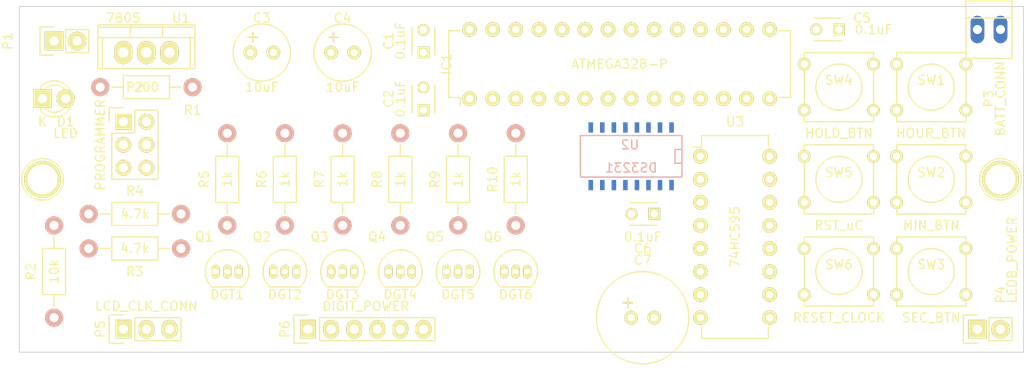
<source format=kicad_pcb>
(kicad_pcb (version 4) (host pcbnew "(2015-07-22 BZR 5980)-product")

  (general
    (links 112)
    (no_connects 112)
    (area 65.989999 101.549999 176.580001 139.750001)
    (thickness 1.6)
    (drawings 4)
    (tracks 0)
    (zones 0)
    (modules 42)
    (nets 51)
  )

  (page A4)
  (layers
    (0 F.Cu signal)
    (31 B.Cu signal)
    (32 B.Adhes user)
    (33 F.Adhes user)
    (34 B.Paste user)
    (35 F.Paste user)
    (36 B.SilkS user)
    (37 F.SilkS user)
    (38 B.Mask user)
    (39 F.Mask user)
    (40 Dwgs.User user)
    (41 Cmts.User user)
    (42 Eco1.User user)
    (43 Eco2.User user)
    (44 Edge.Cuts user)
    (45 Margin user)
    (46 B.CrtYd user)
    (47 F.CrtYd user)
    (48 B.Fab user)
    (49 F.Fab user)
  )

  (setup
    (last_trace_width 0.25)
    (trace_clearance 0.2)
    (zone_clearance 0.508)
    (zone_45_only no)
    (trace_min 0.2)
    (segment_width 0.2)
    (edge_width 0.1)
    (via_size 0.6)
    (via_drill 0.4)
    (via_min_size 0.4)
    (via_min_drill 0.3)
    (uvia_size 0.3)
    (uvia_drill 0.1)
    (uvias_allowed no)
    (uvia_min_size 0.2)
    (uvia_min_drill 0.1)
    (pcb_text_width 0.3)
    (pcb_text_size 1.5 1.5)
    (mod_edge_width 0.15)
    (mod_text_size 1 1)
    (mod_text_width 0.15)
    (pad_size 4.064 4.064)
    (pad_drill 3.302)
    (pad_to_mask_clearance 0)
    (aux_axis_origin 0 0)
    (visible_elements FFFFFF7F)
    (pcbplotparams
      (layerselection 0x00030_80000001)
      (usegerberextensions false)
      (excludeedgelayer true)
      (linewidth 0.100000)
      (plotframeref false)
      (viasonmask false)
      (mode 1)
      (useauxorigin false)
      (hpglpennumber 1)
      (hpglpenspeed 20)
      (hpglpendiameter 15)
      (hpglpenoverlay 2)
      (psnegative false)
      (psa4output false)
      (plotreference true)
      (plotvalue true)
      (plotinvisibletext false)
      (padsonsilk false)
      (subtractmaskfromsilk false)
      (outputformat 1)
      (mirror false)
      (drillshape 1)
      (scaleselection 1)
      (outputdirectory ""))
  )

  (net 0 "")
  (net 1 "Net-(D1-Pad2)")
  (net 2 PROG_RESET)
  (net 3 "Net-(IC1-Pad2)")
  (net 4 CLK)
  (net 5 SDL)
  (net 6 "Net-(IC1-Pad5)")
  (net 7 "Net-(IC1-Pad6)")
  (net 8 "Net-(IC1-Pad11)")
  (net 9 "Net-(IC1-Pad12)")
  (net 10 "Net-(IC1-Pad13)")
  (net 11 "Net-(IC1-Pad14)")
  (net 12 "Net-(IC1-Pad15)")
  (net 13 "Net-(IC1-Pad16)")
  (net 14 PROG_MOSI)
  (net 15 PROG_MISO)
  (net 16 PROG_SCK)
  (net 17 I2C_CLK)
  (net 18 I2C_DATA)
  (net 19 "Net-(IC1-Pad25)")
  (net 20 "Net-(IC1-Pad26)")
  (net 21 "Net-(IC1-Pad27)")
  (net 22 "Net-(IC1-Pad28)")
  (net 23 PROG_VCC)
  (net 24 PROG_GND)
  (net 25 "Net-(P3-Pad1)")
  (net 26 "Net-(P5-Pad2)")
  (net 27 "Net-(Q1-Pad1)")
  (net 28 "Net-(Q2-Pad1)")
  (net 29 "Net-(Q3-Pad1)")
  (net 30 "Net-(Q4-Pad1)")
  (net 31 "Net-(Q5-Pad1)")
  (net 32 "Net-(Q6-Pad1)")
  (net 33 "Net-(R5-Pad2)")
  (net 34 "Net-(R6-Pad2)")
  (net 35 "Net-(R7-Pad2)")
  (net 36 "Net-(R8-Pad2)")
  (net 37 "Net-(U2-Pad3)")
  (net 38 "Net-(U3-Pad6)")
  (net 39 "Net-(U3-Pad7)")
  (net 40 "Net-(R9-Pad2)")
  (net 41 "Net-(R10-Pad2)")
  (net 42 /DIG1)
  (net 43 /DIG2)
  (net 44 /DIG3)
  (net 45 /DIG4)
  (net 46 /DIG5)
  (net 47 /DIG6)
  (net 48 "Net-(IC1-Pad9)")
  (net 49 "Net-(IC1-Pad10)")
  (net 50 "Net-(C3-Pad1)")

  (net_class Default "This is the default net class."
    (clearance 0.2)
    (trace_width 0.25)
    (via_dia 0.6)
    (via_drill 0.4)
    (uvia_dia 0.3)
    (uvia_drill 0.1)
    (add_net CLK)
    (add_net I2C_CLK)
    (add_net I2C_DATA)
    (add_net "Net-(C3-Pad1)")
    (add_net "Net-(D1-Pad2)")
    (add_net "Net-(IC1-Pad10)")
    (add_net "Net-(IC1-Pad11)")
    (add_net "Net-(IC1-Pad12)")
    (add_net "Net-(IC1-Pad13)")
    (add_net "Net-(IC1-Pad14)")
    (add_net "Net-(IC1-Pad15)")
    (add_net "Net-(IC1-Pad16)")
    (add_net "Net-(IC1-Pad2)")
    (add_net "Net-(IC1-Pad25)")
    (add_net "Net-(IC1-Pad26)")
    (add_net "Net-(IC1-Pad27)")
    (add_net "Net-(IC1-Pad28)")
    (add_net "Net-(IC1-Pad5)")
    (add_net "Net-(IC1-Pad6)")
    (add_net "Net-(IC1-Pad9)")
    (add_net "Net-(P3-Pad1)")
    (add_net "Net-(P5-Pad2)")
    (add_net "Net-(Q1-Pad1)")
    (add_net "Net-(Q2-Pad1)")
    (add_net "Net-(Q3-Pad1)")
    (add_net "Net-(Q4-Pad1)")
    (add_net "Net-(Q5-Pad1)")
    (add_net "Net-(Q6-Pad1)")
    (add_net "Net-(R10-Pad2)")
    (add_net "Net-(R5-Pad2)")
    (add_net "Net-(R6-Pad2)")
    (add_net "Net-(R7-Pad2)")
    (add_net "Net-(R8-Pad2)")
    (add_net "Net-(R9-Pad2)")
    (add_net "Net-(U2-Pad3)")
    (add_net "Net-(U3-Pad6)")
    (add_net "Net-(U3-Pad7)")
    (add_net PROG_GND)
    (add_net PROG_MISO)
    (add_net PROG_MOSI)
    (add_net PROG_RESET)
    (add_net PROG_SCK)
    (add_net PROG_VCC)
    (add_net SDL)
  )

  (net_class POWER ""
    (clearance 0.2)
    (trace_width 0.5)
    (via_dia 0.6)
    (via_drill 0.4)
    (uvia_dia 0.3)
    (uvia_drill 0.1)
    (add_net /DIG1)
    (add_net /DIG2)
    (add_net /DIG3)
    (add_net /DIG4)
    (add_net /DIG5)
    (add_net /DIG6)
  )

  (module Resistors_ThroughHole:Resistor_Horizontal_RM10mm (layer F.Cu) (tedit 55C91922) (tstamp 55C90919)
    (at 101.6 120.65 90)
    (descr "Resistor, Axial,  RM 10mm, 1/3W,")
    (tags "Resistor, Axial, RM 10mm, 1/3W,")
    (path /55C9682B)
    (fp_text reference R7 (at 0 -2.54 90) (layer F.SilkS)
      (effects (font (size 1 1) (thickness 0.15)))
    )
    (fp_text value 1k (at 0 0 90) (layer F.SilkS)
      (effects (font (size 1 1) (thickness 0.15)))
    )
    (fp_line (start -2.54 -1.27) (end 2.54 -1.27) (layer F.SilkS) (width 0.15))
    (fp_line (start 2.54 -1.27) (end 2.54 1.27) (layer F.SilkS) (width 0.15))
    (fp_line (start 2.54 1.27) (end -2.54 1.27) (layer F.SilkS) (width 0.15))
    (fp_line (start -2.54 1.27) (end -2.54 -1.27) (layer F.SilkS) (width 0.15))
    (fp_line (start -2.54 0) (end -3.81 0) (layer F.SilkS) (width 0.15))
    (fp_line (start 2.54 0) (end 3.81 0) (layer F.SilkS) (width 0.15))
    (pad 1 thru_hole circle (at -5.08 0 90) (size 1.99898 1.99898) (drill 1.00076) (layers *.Cu *.SilkS *.Mask)
      (net 29 "Net-(Q3-Pad1)"))
    (pad 2 thru_hole circle (at 5.08 0 90) (size 1.99898 1.99898) (drill 1.00076) (layers *.Cu *.SilkS *.Mask)
      (net 35 "Net-(R7-Pad2)"))
    (model Resistors_ThroughHole.3dshapes/Resistor_Horizontal_RM10mm.wrl
      (at (xyz 0 0 0))
      (scale (xyz 0.4 0.4 0.4))
      (rotate (xyz 0 0 0))
    )
  )

  (module Capacitors_ThroughHole:C_Disc_D3_P2.5 (layer F.Cu) (tedit 55C980F3) (tstamp 55C90854)
    (at 110.49 106.68 90)
    (descr "Capacitor 3mm Disc, Pitch 2.5mm")
    (tags Capacitor)
    (path /55C9262C)
    (fp_text reference C1 (at 1.27 -3.81 90) (layer F.SilkS)
      (effects (font (size 1 1) (thickness 0.15)))
    )
    (fp_text value 0.1uF (at 1.27 -2.54 90) (layer F.SilkS)
      (effects (font (size 1 1) (thickness 0.15)))
    )
    (fp_line (start -0.9 -1.5) (end 3.4 -1.5) (layer F.CrtYd) (width 0.05))
    (fp_line (start 3.4 -1.5) (end 3.4 1.5) (layer F.CrtYd) (width 0.05))
    (fp_line (start 3.4 1.5) (end -0.9 1.5) (layer F.CrtYd) (width 0.05))
    (fp_line (start -0.9 1.5) (end -0.9 -1.5) (layer F.CrtYd) (width 0.05))
    (fp_line (start -0.25 -1.25) (end 2.75 -1.25) (layer F.SilkS) (width 0.15))
    (fp_line (start 2.75 1.25) (end -0.25 1.25) (layer F.SilkS) (width 0.15))
    (pad 1 thru_hole rect (at 0 0 90) (size 1.3 1.3) (drill 0.8) (layers *.Cu *.Mask F.SilkS)
      (net 23 PROG_VCC))
    (pad 2 thru_hole circle (at 2.5 0 90) (size 1.3 1.3) (drill 0.8001) (layers *.Cu *.Mask F.SilkS)
      (net 24 PROG_GND))
    (model Capacitors_ThroughHole.3dshapes/C_Disc_D3_P2.5.wrl
      (at (xyz 0.0492126 0 0))
      (scale (xyz 1 1 1))
      (rotate (xyz 0 0 0))
    )
  )

  (module LEDs:LED-3MM (layer F.Cu) (tedit 55C9515D) (tstamp 55C90878)
    (at 68.58 111.76)
    (descr "LED 3mm round vertical")
    (tags "LED  3mm round vertical")
    (path /55CA4C5C)
    (fp_text reference D1 (at 2.54 2.54) (layer F.SilkS)
      (effects (font (size 1 1) (thickness 0.15)))
    )
    (fp_text value LED (at 2.54 3.81) (layer F.SilkS)
      (effects (font (size 1 1) (thickness 0.15)))
    )
    (fp_line (start -1.2 2.3) (end 3.8 2.3) (layer F.CrtYd) (width 0.05))
    (fp_line (start 3.8 2.3) (end 3.8 -2.2) (layer F.CrtYd) (width 0.05))
    (fp_line (start 3.8 -2.2) (end -1.2 -2.2) (layer F.CrtYd) (width 0.05))
    (fp_line (start -1.2 -2.2) (end -1.2 2.3) (layer F.CrtYd) (width 0.05))
    (fp_line (start -0.199 1.314) (end -0.199 1.114) (layer F.SilkS) (width 0.15))
    (fp_line (start -0.199 -1.28) (end -0.199 -1.1) (layer F.SilkS) (width 0.15))
    (fp_arc (start 1.301 0.034) (end -0.199 -1.286) (angle 108.5) (layer F.SilkS) (width 0.15))
    (fp_arc (start 1.301 0.034) (end 0.25 -1.1) (angle 85.7) (layer F.SilkS) (width 0.15))
    (fp_arc (start 1.311 0.034) (end 3.051 0.994) (angle 110) (layer F.SilkS) (width 0.15))
    (fp_arc (start 1.301 0.034) (end 2.335 1.094) (angle 87.5) (layer F.SilkS) (width 0.15))
    (fp_text user K (at 0 2.54) (layer F.SilkS)
      (effects (font (size 1 1) (thickness 0.15)))
    )
    (pad 1 thru_hole rect (at 0 0 90) (size 2 2) (drill 1.00076) (layers *.Cu *.Mask F.SilkS)
      (net 24 PROG_GND))
    (pad 2 thru_hole circle (at 2.54 0) (size 2 2) (drill 1.00076) (layers *.Cu *.Mask F.SilkS)
      (net 1 "Net-(D1-Pad2)"))
    (model LEDs.3dshapes/LED-3MM.wrl
      (at (xyz 0.05 0 0))
      (scale (xyz 1 1 1))
      (rotate (xyz 0 0 90))
    )
  )

  (module Housings_DIP:DIP-28_W7.62mm locked (layer F.Cu) (tedit 55C980FE) (tstamp 55C90898)
    (at 115.57 111.76 90)
    (descr "28-lead dip package, row spacing 7.62 mm (300 mils)")
    (tags "dil dip 2.54 300")
    (path /55BD92BD)
    (fp_text reference IC1 (at 3.81 -2.54 90) (layer F.SilkS)
      (effects (font (size 1 1) (thickness 0.15)))
    )
    (fp_text value ATMEGA328-P (at 3.81 16.51 180) (layer F.SilkS)
      (effects (font (size 1 1) (thickness 0.15)))
    )
    (fp_line (start -1.05 -2.45) (end -1.05 35.5) (layer F.CrtYd) (width 0.05))
    (fp_line (start 8.65 -2.45) (end 8.65 35.5) (layer F.CrtYd) (width 0.05))
    (fp_line (start -1.05 -2.45) (end 8.65 -2.45) (layer F.CrtYd) (width 0.05))
    (fp_line (start -1.05 35.5) (end 8.65 35.5) (layer F.CrtYd) (width 0.05))
    (fp_line (start 0.135 -2.295) (end 0.135 -1.025) (layer F.SilkS) (width 0.15))
    (fp_line (start 7.485 -2.295) (end 7.485 -1.025) (layer F.SilkS) (width 0.15))
    (fp_line (start 7.485 35.315) (end 7.485 34.045) (layer F.SilkS) (width 0.15))
    (fp_line (start 0.135 35.315) (end 0.135 34.045) (layer F.SilkS) (width 0.15))
    (fp_line (start 0.135 -2.295) (end 7.485 -2.295) (layer F.SilkS) (width 0.15))
    (fp_line (start 0.135 35.315) (end 7.485 35.315) (layer F.SilkS) (width 0.15))
    (fp_line (start 0.135 -1.025) (end -0.8 -1.025) (layer F.SilkS) (width 0.15))
    (pad 1 thru_hole oval (at 0 0 90) (size 1.6 1.6) (drill 0.8) (layers *.Cu *.Mask F.SilkS)
      (net 2 PROG_RESET))
    (pad 2 thru_hole oval (at 0 2.54 90) (size 1.6 1.6) (drill 0.8) (layers *.Cu *.Mask F.SilkS)
      (net 3 "Net-(IC1-Pad2)"))
    (pad 3 thru_hole oval (at 0 5.08 90) (size 1.6 1.6) (drill 0.8) (layers *.Cu *.Mask F.SilkS)
      (net 4 CLK))
    (pad 4 thru_hole oval (at 0 7.62 90) (size 1.6 1.6) (drill 0.8) (layers *.Cu *.Mask F.SilkS)
      (net 5 SDL))
    (pad 5 thru_hole oval (at 0 10.16 90) (size 1.6 1.6) (drill 0.8) (layers *.Cu *.Mask F.SilkS)
      (net 6 "Net-(IC1-Pad5)"))
    (pad 6 thru_hole oval (at 0 12.7 90) (size 1.6 1.6) (drill 0.8) (layers *.Cu *.Mask F.SilkS)
      (net 7 "Net-(IC1-Pad6)"))
    (pad 7 thru_hole oval (at 0 15.24 90) (size 1.6 1.6) (drill 0.8) (layers *.Cu *.Mask F.SilkS)
      (net 23 PROG_VCC))
    (pad 8 thru_hole oval (at 0 17.78 90) (size 1.6 1.6) (drill 0.8) (layers *.Cu *.Mask F.SilkS)
      (net 24 PROG_GND))
    (pad 9 thru_hole oval (at 0 20.32 90) (size 1.6 1.6) (drill 0.8) (layers *.Cu *.Mask F.SilkS)
      (net 48 "Net-(IC1-Pad9)"))
    (pad 10 thru_hole oval (at 0 22.86 90) (size 1.6 1.6) (drill 0.8) (layers *.Cu *.Mask F.SilkS)
      (net 49 "Net-(IC1-Pad10)"))
    (pad 11 thru_hole oval (at 0 25.4 90) (size 1.6 1.6) (drill 0.8) (layers *.Cu *.Mask F.SilkS)
      (net 8 "Net-(IC1-Pad11)"))
    (pad 12 thru_hole oval (at 0 27.94 90) (size 1.6 1.6) (drill 0.8) (layers *.Cu *.Mask F.SilkS)
      (net 9 "Net-(IC1-Pad12)"))
    (pad 13 thru_hole oval (at 0 30.48 90) (size 1.6 1.6) (drill 0.8) (layers *.Cu *.Mask F.SilkS)
      (net 10 "Net-(IC1-Pad13)"))
    (pad 14 thru_hole oval (at 0 33.02 90) (size 1.6 1.6) (drill 0.8) (layers *.Cu *.Mask F.SilkS)
      (net 11 "Net-(IC1-Pad14)"))
    (pad 15 thru_hole oval (at 7.62 33.02 90) (size 1.6 1.6) (drill 0.8) (layers *.Cu *.Mask F.SilkS)
      (net 12 "Net-(IC1-Pad15)"))
    (pad 16 thru_hole oval (at 7.62 30.48 90) (size 1.6 1.6) (drill 0.8) (layers *.Cu *.Mask F.SilkS)
      (net 13 "Net-(IC1-Pad16)"))
    (pad 17 thru_hole oval (at 7.62 27.94 90) (size 1.6 1.6) (drill 0.8) (layers *.Cu *.Mask F.SilkS)
      (net 14 PROG_MOSI))
    (pad 18 thru_hole oval (at 7.62 25.4 90) (size 1.6 1.6) (drill 0.8) (layers *.Cu *.Mask F.SilkS)
      (net 15 PROG_MISO))
    (pad 19 thru_hole oval (at 7.62 22.86 90) (size 1.6 1.6) (drill 0.8) (layers *.Cu *.Mask F.SilkS)
      (net 16 PROG_SCK))
    (pad 20 thru_hole oval (at 7.62 20.32 90) (size 1.6 1.6) (drill 0.8) (layers *.Cu *.Mask F.SilkS)
      (net 23 PROG_VCC))
    (pad 21 thru_hole oval (at 7.62 17.78 90) (size 1.6 1.6) (drill 0.8) (layers *.Cu *.Mask F.SilkS)
      (net 23 PROG_VCC))
    (pad 22 thru_hole oval (at 7.62 15.24 90) (size 1.6 1.6) (drill 0.8) (layers *.Cu *.Mask F.SilkS)
      (net 24 PROG_GND))
    (pad 23 thru_hole oval (at 7.62 12.7 90) (size 1.6 1.6) (drill 0.8) (layers *.Cu *.Mask F.SilkS)
      (net 17 I2C_CLK))
    (pad 24 thru_hole oval (at 7.62 10.16 90) (size 1.6 1.6) (drill 0.8) (layers *.Cu *.Mask F.SilkS)
      (net 18 I2C_DATA))
    (pad 25 thru_hole oval (at 7.62 7.62 90) (size 1.6 1.6) (drill 0.8) (layers *.Cu *.Mask F.SilkS)
      (net 19 "Net-(IC1-Pad25)"))
    (pad 26 thru_hole oval (at 7.62 5.08 90) (size 1.6 1.6) (drill 0.8) (layers *.Cu *.Mask F.SilkS)
      (net 20 "Net-(IC1-Pad26)"))
    (pad 27 thru_hole oval (at 7.62 2.54 90) (size 1.6 1.6) (drill 0.8) (layers *.Cu *.Mask F.SilkS)
      (net 21 "Net-(IC1-Pad27)"))
    (pad 28 thru_hole oval (at 7.62 0 90) (size 1.6 1.6) (drill 0.8) (layers *.Cu *.Mask F.SilkS)
      (net 22 "Net-(IC1-Pad28)"))
    (model Housings_DIP.3dshapes/DIP-28_W7.62mm.wrl
      (at (xyz 0 0 0))
      (scale (xyz 1 1 1))
      (rotate (xyz 0 0 0))
    )
  )

  (module Pin_Headers:Pin_Header_Straight_2x03 (layer F.Cu) (tedit 55C95159) (tstamp 55C908A8)
    (at 77.47 114.3)
    (descr "Through hole pin header")
    (tags "pin header")
    (path /55BDAF33)
    (fp_text reference P2 (at 1.27 -3.81) (layer F.SilkS)
      (effects (font (size 1 1) (thickness 0.15)))
    )
    (fp_text value PROGRAMMER (at -2.54 2.54 90) (layer F.SilkS)
      (effects (font (size 1 1) (thickness 0.15)))
    )
    (fp_line (start -1.27 1.27) (end -1.27 6.35) (layer F.SilkS) (width 0.15))
    (fp_line (start -1.55 -1.55) (end 0 -1.55) (layer F.SilkS) (width 0.15))
    (fp_line (start -1.75 -1.75) (end -1.75 6.85) (layer F.CrtYd) (width 0.05))
    (fp_line (start 4.3 -1.75) (end 4.3 6.85) (layer F.CrtYd) (width 0.05))
    (fp_line (start -1.75 -1.75) (end 4.3 -1.75) (layer F.CrtYd) (width 0.05))
    (fp_line (start -1.75 6.85) (end 4.3 6.85) (layer F.CrtYd) (width 0.05))
    (fp_line (start 1.27 -1.27) (end 1.27 1.27) (layer F.SilkS) (width 0.15))
    (fp_line (start 1.27 1.27) (end -1.27 1.27) (layer F.SilkS) (width 0.15))
    (fp_line (start -1.27 6.35) (end 3.81 6.35) (layer F.SilkS) (width 0.15))
    (fp_line (start 3.81 6.35) (end 3.81 1.27) (layer F.SilkS) (width 0.15))
    (fp_line (start -1.55 -1.55) (end -1.55 0) (layer F.SilkS) (width 0.15))
    (fp_line (start 3.81 -1.27) (end 1.27 -1.27) (layer F.SilkS) (width 0.15))
    (fp_line (start 3.81 1.27) (end 3.81 -1.27) (layer F.SilkS) (width 0.15))
    (pad 1 thru_hole rect (at 0 0) (size 1.7272 1.7272) (drill 1.016) (layers *.Cu *.Mask F.SilkS)
      (net 15 PROG_MISO))
    (pad 2 thru_hole oval (at 2.54 0) (size 1.7272 1.7272) (drill 1.016) (layers *.Cu *.Mask F.SilkS)
      (net 23 PROG_VCC))
    (pad 3 thru_hole oval (at 0 2.54) (size 1.7272 1.7272) (drill 1.016) (layers *.Cu *.Mask F.SilkS)
      (net 16 PROG_SCK))
    (pad 4 thru_hole oval (at 2.54 2.54) (size 1.7272 1.7272) (drill 1.016) (layers *.Cu *.Mask F.SilkS)
      (net 14 PROG_MOSI))
    (pad 5 thru_hole oval (at 0 5.08) (size 1.7272 1.7272) (drill 1.016) (layers *.Cu *.Mask F.SilkS)
      (net 2 PROG_RESET))
    (pad 6 thru_hole oval (at 2.54 5.08) (size 1.7272 1.7272) (drill 1.016) (layers *.Cu *.Mask F.SilkS)
      (net 24 PROG_GND))
    (model Pin_Headers.3dshapes/Pin_Header_Straight_2x03.wrl
      (at (xyz 0.05 -0.1 0))
      (scale (xyz 1 1 1))
      (rotate (xyz 0 0 90))
    )
  )

  (module Connect:PINHEAD1-2 (layer F.Cu) (tedit 55C950A3) (tstamp 55C908AE)
    (at 172.72 104.14)
    (path /55C9921C)
    (attr virtual)
    (fp_text reference P3 (at 0 7.62 90) (layer F.SilkS)
      (effects (font (size 1 1) (thickness 0.15)))
    )
    (fp_text value BATT_CONN (at 1.27 7.62 90) (layer F.SilkS)
      (effects (font (size 1 1) (thickness 0.15)))
    )
    (fp_line (start 2.54 -1.27) (end -2.54 -1.27) (layer F.SilkS) (width 0.15))
    (fp_line (start 2.54 3.175) (end -2.54 3.175) (layer F.SilkS) (width 0.15))
    (fp_line (start -2.54 -3.175) (end 2.54 -3.175) (layer F.SilkS) (width 0.15))
    (fp_line (start -2.54 -3.175) (end -2.54 3.175) (layer F.SilkS) (width 0.15))
    (fp_line (start 2.54 -3.175) (end 2.54 3.175) (layer F.SilkS) (width 0.15))
    (pad 1 thru_hole oval (at -1.27 0) (size 1.50622 3.01498) (drill 0.99822) (layers *.Cu *.Mask)
      (net 25 "Net-(P3-Pad1)"))
    (pad 2 thru_hole oval (at 1.27 0) (size 1.50622 3.01498) (drill 0.99822) (layers *.Cu *.Mask)
      (net 24 PROG_GND))
  )

  (module Pin_Headers:Pin_Header_Straight_1x02 (layer F.Cu) (tedit 55C985FF) (tstamp 55C908B4)
    (at 171.45 137.16 90)
    (descr "Through hole pin header")
    (tags "pin header")
    (path /55BDD7EA)
    (fp_text reference P4 (at 3.81 2.54 90) (layer F.SilkS)
      (effects (font (size 1 1) (thickness 0.15)))
    )
    (fp_text value LEDB_POWER (at 7.62 3.81 270) (layer F.SilkS)
      (effects (font (size 1 1) (thickness 0.15)))
    )
    (fp_line (start 1.27 1.27) (end 1.27 3.81) (layer F.SilkS) (width 0.15))
    (fp_line (start 1.55 -1.55) (end 1.55 0) (layer F.SilkS) (width 0.15))
    (fp_line (start -1.75 -1.75) (end -1.75 4.3) (layer F.CrtYd) (width 0.05))
    (fp_line (start 1.75 -1.75) (end 1.75 4.3) (layer F.CrtYd) (width 0.05))
    (fp_line (start -1.75 -1.75) (end 1.75 -1.75) (layer F.CrtYd) (width 0.05))
    (fp_line (start -1.75 4.3) (end 1.75 4.3) (layer F.CrtYd) (width 0.05))
    (fp_line (start 1.27 1.27) (end -1.27 1.27) (layer F.SilkS) (width 0.15))
    (fp_line (start -1.55 0) (end -1.55 -1.55) (layer F.SilkS) (width 0.15))
    (fp_line (start -1.55 -1.55) (end 1.55 -1.55) (layer F.SilkS) (width 0.15))
    (fp_line (start -1.27 1.27) (end -1.27 3.81) (layer F.SilkS) (width 0.15))
    (fp_line (start -1.27 3.81) (end 1.27 3.81) (layer F.SilkS) (width 0.15))
    (pad 1 thru_hole rect (at 0 0 90) (size 2.032 2.032) (drill 1.016) (layers *.Cu *.Mask F.SilkS)
      (net 23 PROG_VCC))
    (pad 2 thru_hole oval (at 0 2.54 90) (size 2.032 2.032) (drill 1.016) (layers *.Cu *.Mask F.SilkS)
      (net 24 PROG_GND))
    (model Pin_Headers.3dshapes/Pin_Header_Straight_1x02.wrl
      (at (xyz 0 -0.05 0))
      (scale (xyz 1 1 1))
      (rotate (xyz 0 0 90))
    )
  )

  (module Pin_Headers:Pin_Header_Straight_1x03 (layer F.Cu) (tedit 55C94A9F) (tstamp 55C908BB)
    (at 77.47 137.16 90)
    (descr "Through hole pin header")
    (tags "pin header")
    (path /55BDDD15)
    (fp_text reference P5 (at 0 -2.54 90) (layer F.SilkS)
      (effects (font (size 1 1) (thickness 0.15)))
    )
    (fp_text value LCD_CLK_CONN (at 2.54 2.54 180) (layer F.SilkS)
      (effects (font (size 1 1) (thickness 0.15)))
    )
    (fp_line (start -1.75 -1.75) (end -1.75 6.85) (layer F.CrtYd) (width 0.05))
    (fp_line (start 1.75 -1.75) (end 1.75 6.85) (layer F.CrtYd) (width 0.05))
    (fp_line (start -1.75 -1.75) (end 1.75 -1.75) (layer F.CrtYd) (width 0.05))
    (fp_line (start -1.75 6.85) (end 1.75 6.85) (layer F.CrtYd) (width 0.05))
    (fp_line (start -1.27 1.27) (end -1.27 6.35) (layer F.SilkS) (width 0.15))
    (fp_line (start -1.27 6.35) (end 1.27 6.35) (layer F.SilkS) (width 0.15))
    (fp_line (start 1.27 6.35) (end 1.27 1.27) (layer F.SilkS) (width 0.15))
    (fp_line (start 1.55 -1.55) (end 1.55 0) (layer F.SilkS) (width 0.15))
    (fp_line (start 1.27 1.27) (end -1.27 1.27) (layer F.SilkS) (width 0.15))
    (fp_line (start -1.55 0) (end -1.55 -1.55) (layer F.SilkS) (width 0.15))
    (fp_line (start -1.55 -1.55) (end 1.55 -1.55) (layer F.SilkS) (width 0.15))
    (pad 1 thru_hole rect (at 0 0 90) (size 2.032 1.7272) (drill 1.016) (layers *.Cu *.Mask F.SilkS)
      (net 4 CLK))
    (pad 2 thru_hole oval (at 0 2.54 90) (size 2.032 1.7272) (drill 1.016) (layers *.Cu *.Mask F.SilkS)
      (net 26 "Net-(P5-Pad2)"))
    (pad 3 thru_hole oval (at 0 5.08 90) (size 2.032 1.7272) (drill 1.016) (layers *.Cu *.Mask F.SilkS)
      (net 5 SDL))
    (model Pin_Headers.3dshapes/Pin_Header_Straight_1x03.wrl
      (at (xyz 0 -0.1 0))
      (scale (xyz 1 1 1))
      (rotate (xyz 0 0 90))
    )
  )

  (module Pin_Headers:Pin_Header_Straight_1x06 (layer F.Cu) (tedit 55C94AA4) (tstamp 55C908C5)
    (at 97.79 137.16 90)
    (descr "Through hole pin header")
    (tags "pin header")
    (path /55BDC131)
    (fp_text reference P6 (at 0 -2.54 90) (layer F.SilkS)
      (effects (font (size 1 1) (thickness 0.15)))
    )
    (fp_text value DIGIT_POWER (at 2.54 6.35 180) (layer F.SilkS)
      (effects (font (size 1 1) (thickness 0.15)))
    )
    (fp_line (start -1.75 -1.75) (end -1.75 14.45) (layer F.CrtYd) (width 0.05))
    (fp_line (start 1.75 -1.75) (end 1.75 14.45) (layer F.CrtYd) (width 0.05))
    (fp_line (start -1.75 -1.75) (end 1.75 -1.75) (layer F.CrtYd) (width 0.05))
    (fp_line (start -1.75 14.45) (end 1.75 14.45) (layer F.CrtYd) (width 0.05))
    (fp_line (start 1.27 1.27) (end 1.27 13.97) (layer F.SilkS) (width 0.15))
    (fp_line (start 1.27 13.97) (end -1.27 13.97) (layer F.SilkS) (width 0.15))
    (fp_line (start -1.27 13.97) (end -1.27 1.27) (layer F.SilkS) (width 0.15))
    (fp_line (start 1.55 -1.55) (end 1.55 0) (layer F.SilkS) (width 0.15))
    (fp_line (start 1.27 1.27) (end -1.27 1.27) (layer F.SilkS) (width 0.15))
    (fp_line (start -1.55 0) (end -1.55 -1.55) (layer F.SilkS) (width 0.15))
    (fp_line (start -1.55 -1.55) (end 1.55 -1.55) (layer F.SilkS) (width 0.15))
    (pad 1 thru_hole rect (at 0 0 90) (size 2.032 1.7272) (drill 1.016) (layers *.Cu *.Mask F.SilkS)
      (net 42 /DIG1))
    (pad 2 thru_hole oval (at 0 2.54 90) (size 2.032 1.7272) (drill 1.016) (layers *.Cu *.Mask F.SilkS)
      (net 43 /DIG2))
    (pad 3 thru_hole oval (at 0 5.08 90) (size 2.032 1.7272) (drill 1.016) (layers *.Cu *.Mask F.SilkS)
      (net 44 /DIG3))
    (pad 4 thru_hole oval (at 0 7.62 90) (size 2.032 1.7272) (drill 1.016) (layers *.Cu *.Mask F.SilkS)
      (net 45 /DIG4))
    (pad 5 thru_hole oval (at 0 10.16 90) (size 2.032 1.7272) (drill 1.016) (layers *.Cu *.Mask F.SilkS)
      (net 46 /DIG5))
    (pad 6 thru_hole oval (at 0 12.7 90) (size 2.032 1.7272) (drill 1.016) (layers *.Cu *.Mask F.SilkS)
      (net 47 /DIG6))
    (model Pin_Headers.3dshapes/Pin_Header_Straight_1x06.wrl
      (at (xyz 0 -0.25 0))
      (scale (xyz 1 1 1))
      (rotate (xyz 0 0 90))
    )
  )

  (module Housings_TO-92:TO-92_Inline_Narrow_Oval (layer F.Cu) (tedit 55C95149) (tstamp 55C908CC)
    (at 87.63 130.81)
    (descr "TO-92 leads in-line, narrow, oval pads, drill 0.6mm (see NXP sot054_po.pdf)")
    (tags "to-92 sc-43 sc-43a sot54 PA33 transistor")
    (path /55BDBDF9)
    (fp_text reference Q1 (at -1.27 -3.81) (layer F.SilkS)
      (effects (font (size 1 1) (thickness 0.15)))
    )
    (fp_text value DGT1 (at 1.27 2.54) (layer F.SilkS)
      (effects (font (size 1 1) (thickness 0.15)))
    )
    (fp_line (start -1.4 1.95) (end -1.4 -2.65) (layer F.CrtYd) (width 0.05))
    (fp_line (start -1.4 1.95) (end 3.95 1.95) (layer F.CrtYd) (width 0.05))
    (fp_line (start -0.43 1.7) (end 2.97 1.7) (layer F.SilkS) (width 0.15))
    (fp_arc (start 1.27 0) (end 1.27 -2.4) (angle -135) (layer F.SilkS) (width 0.15))
    (fp_arc (start 1.27 0) (end 1.27 -2.4) (angle 135) (layer F.SilkS) (width 0.15))
    (fp_line (start -1.4 -2.65) (end 3.95 -2.65) (layer F.CrtYd) (width 0.05))
    (fp_line (start 3.95 1.95) (end 3.95 -2.65) (layer F.CrtYd) (width 0.05))
    (pad 2 thru_hole oval (at 1.27 0 180) (size 0.89916 1.50114) (drill 0.6) (layers *.Cu *.Mask F.SilkS)
      (net 23 PROG_VCC))
    (pad 3 thru_hole oval (at 2.54 0 180) (size 0.89916 1.50114) (drill 0.6) (layers *.Cu *.Mask F.SilkS)
      (net 42 /DIG1))
    (pad 1 thru_hole oval (at 0 0 180) (size 0.89916 1.50114) (drill 0.6) (layers *.Cu *.Mask F.SilkS)
      (net 27 "Net-(Q1-Pad1)"))
    (model Housings_TO-92.3dshapes/TO-92_Inline_Narrow_Oval.wrl
      (at (xyz 0.05 0 0))
      (scale (xyz 1 1 1))
      (rotate (xyz 0 0 -90))
    )
  )

  (module Housings_TO-92:TO-92_Inline_Narrow_Oval (layer F.Cu) (tedit 55C95145) (tstamp 55C908D3)
    (at 93.98 130.81)
    (descr "TO-92 leads in-line, narrow, oval pads, drill 0.6mm (see NXP sot054_po.pdf)")
    (tags "to-92 sc-43 sc-43a sot54 PA33 transistor")
    (path /55BDBCB5)
    (fp_text reference Q2 (at -1.27 -3.81) (layer F.SilkS)
      (effects (font (size 1 1) (thickness 0.15)))
    )
    (fp_text value DGT2 (at 1.27 2.54) (layer F.SilkS)
      (effects (font (size 1 1) (thickness 0.15)))
    )
    (fp_line (start -1.4 1.95) (end -1.4 -2.65) (layer F.CrtYd) (width 0.05))
    (fp_line (start -1.4 1.95) (end 3.95 1.95) (layer F.CrtYd) (width 0.05))
    (fp_line (start -0.43 1.7) (end 2.97 1.7) (layer F.SilkS) (width 0.15))
    (fp_arc (start 1.27 0) (end 1.27 -2.4) (angle -135) (layer F.SilkS) (width 0.15))
    (fp_arc (start 1.27 0) (end 1.27 -2.4) (angle 135) (layer F.SilkS) (width 0.15))
    (fp_line (start -1.4 -2.65) (end 3.95 -2.65) (layer F.CrtYd) (width 0.05))
    (fp_line (start 3.95 1.95) (end 3.95 -2.65) (layer F.CrtYd) (width 0.05))
    (pad 2 thru_hole oval (at 1.27 0 180) (size 0.89916 1.50114) (drill 0.6) (layers *.Cu *.Mask F.SilkS)
      (net 23 PROG_VCC))
    (pad 3 thru_hole oval (at 2.54 0 180) (size 0.89916 1.50114) (drill 0.6) (layers *.Cu *.Mask F.SilkS)
      (net 43 /DIG2))
    (pad 1 thru_hole oval (at 0 0 180) (size 0.89916 1.50114) (drill 0.6) (layers *.Cu *.Mask F.SilkS)
      (net 28 "Net-(Q2-Pad1)"))
    (model Housings_TO-92.3dshapes/TO-92_Inline_Narrow_Oval.wrl
      (at (xyz 0.05 0 0))
      (scale (xyz 1 1 1))
      (rotate (xyz 0 0 -90))
    )
  )

  (module Housings_TO-92:TO-92_Inline_Narrow_Oval (layer F.Cu) (tedit 55C95143) (tstamp 55C908DA)
    (at 100.33 130.81)
    (descr "TO-92 leads in-line, narrow, oval pads, drill 0.6mm (see NXP sot054_po.pdf)")
    (tags "to-92 sc-43 sc-43a sot54 PA33 transistor")
    (path /55BDBD19)
    (fp_text reference Q3 (at -1.27 -3.81) (layer F.SilkS)
      (effects (font (size 1 1) (thickness 0.15)))
    )
    (fp_text value DGT3 (at 1.27 2.54) (layer F.SilkS)
      (effects (font (size 1 1) (thickness 0.15)))
    )
    (fp_line (start -1.4 1.95) (end -1.4 -2.65) (layer F.CrtYd) (width 0.05))
    (fp_line (start -1.4 1.95) (end 3.95 1.95) (layer F.CrtYd) (width 0.05))
    (fp_line (start -0.43 1.7) (end 2.97 1.7) (layer F.SilkS) (width 0.15))
    (fp_arc (start 1.27 0) (end 1.27 -2.4) (angle -135) (layer F.SilkS) (width 0.15))
    (fp_arc (start 1.27 0) (end 1.27 -2.4) (angle 135) (layer F.SilkS) (width 0.15))
    (fp_line (start -1.4 -2.65) (end 3.95 -2.65) (layer F.CrtYd) (width 0.05))
    (fp_line (start 3.95 1.95) (end 3.95 -2.65) (layer F.CrtYd) (width 0.05))
    (pad 2 thru_hole oval (at 1.27 0 180) (size 0.89916 1.50114) (drill 0.6) (layers *.Cu *.Mask F.SilkS)
      (net 23 PROG_VCC))
    (pad 3 thru_hole oval (at 2.54 0 180) (size 0.89916 1.50114) (drill 0.6) (layers *.Cu *.Mask F.SilkS)
      (net 44 /DIG3))
    (pad 1 thru_hole oval (at 0 0 180) (size 0.89916 1.50114) (drill 0.6) (layers *.Cu *.Mask F.SilkS)
      (net 29 "Net-(Q3-Pad1)"))
    (model Housings_TO-92.3dshapes/TO-92_Inline_Narrow_Oval.wrl
      (at (xyz 0.05 0 0))
      (scale (xyz 1 1 1))
      (rotate (xyz 0 0 -90))
    )
  )

  (module Housings_TO-92:TO-92_Inline_Narrow_Oval (layer F.Cu) (tedit 55C95141) (tstamp 55C908E1)
    (at 106.68 130.81)
    (descr "TO-92 leads in-line, narrow, oval pads, drill 0.6mm (see NXP sot054_po.pdf)")
    (tags "to-92 sc-43 sc-43a sot54 PA33 transistor")
    (path /55BDBD83)
    (fp_text reference Q4 (at -1.27 -3.81) (layer F.SilkS)
      (effects (font (size 1 1) (thickness 0.15)))
    )
    (fp_text value DGT4 (at 1.27 2.54) (layer F.SilkS)
      (effects (font (size 1 1) (thickness 0.15)))
    )
    (fp_line (start -1.4 1.95) (end -1.4 -2.65) (layer F.CrtYd) (width 0.05))
    (fp_line (start -1.4 1.95) (end 3.95 1.95) (layer F.CrtYd) (width 0.05))
    (fp_line (start -0.43 1.7) (end 2.97 1.7) (layer F.SilkS) (width 0.15))
    (fp_arc (start 1.27 0) (end 1.27 -2.4) (angle -135) (layer F.SilkS) (width 0.15))
    (fp_arc (start 1.27 0) (end 1.27 -2.4) (angle 135) (layer F.SilkS) (width 0.15))
    (fp_line (start -1.4 -2.65) (end 3.95 -2.65) (layer F.CrtYd) (width 0.05))
    (fp_line (start 3.95 1.95) (end 3.95 -2.65) (layer F.CrtYd) (width 0.05))
    (pad 2 thru_hole oval (at 1.27 0 180) (size 0.89916 1.50114) (drill 0.6) (layers *.Cu *.Mask F.SilkS)
      (net 23 PROG_VCC))
    (pad 3 thru_hole oval (at 2.54 0 180) (size 0.89916 1.50114) (drill 0.6) (layers *.Cu *.Mask F.SilkS)
      (net 45 /DIG4))
    (pad 1 thru_hole oval (at 0 0 180) (size 0.89916 1.50114) (drill 0.6) (layers *.Cu *.Mask F.SilkS)
      (net 30 "Net-(Q4-Pad1)"))
    (model Housings_TO-92.3dshapes/TO-92_Inline_Narrow_Oval.wrl
      (at (xyz 0.05 0 0))
      (scale (xyz 1 1 1))
      (rotate (xyz 0 0 -90))
    )
  )

  (module Housings_TO-92:TO-92_Inline_Narrow_Oval (layer F.Cu) (tedit 55C9513F) (tstamp 55C908E8)
    (at 113.03 130.81)
    (descr "TO-92 leads in-line, narrow, oval pads, drill 0.6mm (see NXP sot054_po.pdf)")
    (tags "to-92 sc-43 sc-43a sot54 PA33 transistor")
    (path /55BDBDBC)
    (fp_text reference Q5 (at -1.27 -3.81) (layer F.SilkS)
      (effects (font (size 1 1) (thickness 0.15)))
    )
    (fp_text value DGT5 (at 1.27 2.54) (layer F.SilkS)
      (effects (font (size 1 1) (thickness 0.15)))
    )
    (fp_line (start -1.4 1.95) (end -1.4 -2.65) (layer F.CrtYd) (width 0.05))
    (fp_line (start -1.4 1.95) (end 3.95 1.95) (layer F.CrtYd) (width 0.05))
    (fp_line (start -0.43 1.7) (end 2.97 1.7) (layer F.SilkS) (width 0.15))
    (fp_arc (start 1.27 0) (end 1.27 -2.4) (angle -135) (layer F.SilkS) (width 0.15))
    (fp_arc (start 1.27 0) (end 1.27 -2.4) (angle 135) (layer F.SilkS) (width 0.15))
    (fp_line (start -1.4 -2.65) (end 3.95 -2.65) (layer F.CrtYd) (width 0.05))
    (fp_line (start 3.95 1.95) (end 3.95 -2.65) (layer F.CrtYd) (width 0.05))
    (pad 2 thru_hole oval (at 1.27 0 180) (size 0.89916 1.50114) (drill 0.6) (layers *.Cu *.Mask F.SilkS)
      (net 23 PROG_VCC))
    (pad 3 thru_hole oval (at 2.54 0 180) (size 0.89916 1.50114) (drill 0.6) (layers *.Cu *.Mask F.SilkS)
      (net 46 /DIG5))
    (pad 1 thru_hole oval (at 0 0 180) (size 0.89916 1.50114) (drill 0.6) (layers *.Cu *.Mask F.SilkS)
      (net 31 "Net-(Q5-Pad1)"))
    (model Housings_TO-92.3dshapes/TO-92_Inline_Narrow_Oval.wrl
      (at (xyz 0.05 0 0))
      (scale (xyz 1 1 1))
      (rotate (xyz 0 0 -90))
    )
  )

  (module Housings_TO-92:TO-92_Inline_Narrow_Oval (layer F.Cu) (tedit 55C9513D) (tstamp 55C908EF)
    (at 119.38 130.81)
    (descr "TO-92 leads in-line, narrow, oval pads, drill 0.6mm (see NXP sot054_po.pdf)")
    (tags "to-92 sc-43 sc-43a sot54 PA33 transistor")
    (path /55BDBE4F)
    (fp_text reference Q6 (at -1.27 -3.81) (layer F.SilkS)
      (effects (font (size 1 1) (thickness 0.15)))
    )
    (fp_text value DGT6 (at 1.27 2.54) (layer F.SilkS)
      (effects (font (size 1 1) (thickness 0.15)))
    )
    (fp_line (start -1.4 1.95) (end -1.4 -2.65) (layer F.CrtYd) (width 0.05))
    (fp_line (start -1.4 1.95) (end 3.95 1.95) (layer F.CrtYd) (width 0.05))
    (fp_line (start -0.43 1.7) (end 2.97 1.7) (layer F.SilkS) (width 0.15))
    (fp_arc (start 1.27 0) (end 1.27 -2.4) (angle -135) (layer F.SilkS) (width 0.15))
    (fp_arc (start 1.27 0) (end 1.27 -2.4) (angle 135) (layer F.SilkS) (width 0.15))
    (fp_line (start -1.4 -2.65) (end 3.95 -2.65) (layer F.CrtYd) (width 0.05))
    (fp_line (start 3.95 1.95) (end 3.95 -2.65) (layer F.CrtYd) (width 0.05))
    (pad 2 thru_hole oval (at 1.27 0 180) (size 0.89916 1.50114) (drill 0.6) (layers *.Cu *.Mask F.SilkS)
      (net 23 PROG_VCC))
    (pad 3 thru_hole oval (at 2.54 0 180) (size 0.89916 1.50114) (drill 0.6) (layers *.Cu *.Mask F.SilkS)
      (net 47 /DIG6))
    (pad 1 thru_hole oval (at 0 0 180) (size 0.89916 1.50114) (drill 0.6) (layers *.Cu *.Mask F.SilkS)
      (net 32 "Net-(Q6-Pad1)"))
    (model Housings_TO-92.3dshapes/TO-92_Inline_Narrow_Oval.wrl
      (at (xyz 0.05 0 0))
      (scale (xyz 1 1 1))
      (rotate (xyz 0 0 -90))
    )
  )

  (module Resistors_ThroughHole:Resistor_Horizontal_RM10mm (layer F.Cu) (tedit 55C95167) (tstamp 55C908F5)
    (at 80.01 110.49)
    (descr "Resistor, Axial,  RM 10mm, 1/3W,")
    (tags "Resistor, Axial, RM 10mm, 1/3W,")
    (path /55CA4BC8)
    (fp_text reference R1 (at 5.08 2.54) (layer F.SilkS)
      (effects (font (size 1 1) (thickness 0.15)))
    )
    (fp_text value 200 (at 0 0) (layer F.SilkS)
      (effects (font (size 1 1) (thickness 0.15)))
    )
    (fp_line (start -2.54 -1.27) (end 2.54 -1.27) (layer F.SilkS) (width 0.15))
    (fp_line (start 2.54 -1.27) (end 2.54 1.27) (layer F.SilkS) (width 0.15))
    (fp_line (start 2.54 1.27) (end -2.54 1.27) (layer F.SilkS) (width 0.15))
    (fp_line (start -2.54 1.27) (end -2.54 -1.27) (layer F.SilkS) (width 0.15))
    (fp_line (start -2.54 0) (end -3.81 0) (layer F.SilkS) (width 0.15))
    (fp_line (start 2.54 0) (end 3.81 0) (layer F.SilkS) (width 0.15))
    (pad 1 thru_hole circle (at -5.08 0) (size 1.99898 1.99898) (drill 1.00076) (layers *.Cu *.SilkS *.Mask)
      (net 1 "Net-(D1-Pad2)"))
    (pad 2 thru_hole circle (at 5.08 0) (size 1.99898 1.99898) (drill 1.00076) (layers *.Cu *.SilkS *.Mask)
      (net 23 PROG_VCC))
    (model Resistors_ThroughHole.3dshapes/Resistor_Horizontal_RM10mm.wrl
      (at (xyz 0 0 0))
      (scale (xyz 0.4 0.4 0.4))
      (rotate (xyz 0 0 0))
    )
  )

  (module Resistors_ThroughHole:Resistor_Horizontal_RM10mm (layer F.Cu) (tedit 55C94C43) (tstamp 55C908FB)
    (at 69.85 130.81 90)
    (descr "Resistor, Axial,  RM 10mm, 1/3W,")
    (tags "Resistor, Axial, RM 10mm, 1/3W,")
    (path /55BD93A3)
    (fp_text reference R2 (at 0 -2.54 90) (layer F.SilkS)
      (effects (font (size 1 1) (thickness 0.15)))
    )
    (fp_text value 10k (at 0 0 90) (layer F.SilkS)
      (effects (font (size 1 1) (thickness 0.15)))
    )
    (fp_line (start -2.54 -1.27) (end 2.54 -1.27) (layer F.SilkS) (width 0.15))
    (fp_line (start 2.54 -1.27) (end 2.54 1.27) (layer F.SilkS) (width 0.15))
    (fp_line (start 2.54 1.27) (end -2.54 1.27) (layer F.SilkS) (width 0.15))
    (fp_line (start -2.54 1.27) (end -2.54 -1.27) (layer F.SilkS) (width 0.15))
    (fp_line (start -2.54 0) (end -3.81 0) (layer F.SilkS) (width 0.15))
    (fp_line (start 2.54 0) (end 3.81 0) (layer F.SilkS) (width 0.15))
    (pad 1 thru_hole circle (at -5.08 0 90) (size 1.99898 1.99898) (drill 1.00076) (layers *.Cu *.SilkS *.Mask)
      (net 23 PROG_VCC))
    (pad 2 thru_hole circle (at 5.08 0 90) (size 1.99898 1.99898) (drill 1.00076) (layers *.Cu *.SilkS *.Mask)
      (net 2 PROG_RESET))
    (model Resistors_ThroughHole.3dshapes/Resistor_Horizontal_RM10mm.wrl
      (at (xyz 0 0 0))
      (scale (xyz 0.4 0.4 0.4))
      (rotate (xyz 0 0 0))
    )
  )

  (module Resistors_ThroughHole:Resistor_Horizontal_RM10mm (layer F.Cu) (tedit 55C91935) (tstamp 55C90901)
    (at 78.74 128.27 180)
    (descr "Resistor, Axial,  RM 10mm, 1/3W,")
    (tags "Resistor, Axial, RM 10mm, 1/3W,")
    (path /55C9B9D9)
    (fp_text reference R3 (at 0 -2.54 180) (layer F.SilkS)
      (effects (font (size 1 1) (thickness 0.15)))
    )
    (fp_text value 4.7k (at 0 0 180) (layer F.SilkS)
      (effects (font (size 1 1) (thickness 0.15)))
    )
    (fp_line (start -2.54 -1.27) (end 2.54 -1.27) (layer F.SilkS) (width 0.15))
    (fp_line (start 2.54 -1.27) (end 2.54 1.27) (layer F.SilkS) (width 0.15))
    (fp_line (start 2.54 1.27) (end -2.54 1.27) (layer F.SilkS) (width 0.15))
    (fp_line (start -2.54 1.27) (end -2.54 -1.27) (layer F.SilkS) (width 0.15))
    (fp_line (start -2.54 0) (end -3.81 0) (layer F.SilkS) (width 0.15))
    (fp_line (start 2.54 0) (end 3.81 0) (layer F.SilkS) (width 0.15))
    (pad 1 thru_hole circle (at -5.08 0 180) (size 1.99898 1.99898) (drill 1.00076) (layers *.Cu *.SilkS *.Mask)
      (net 23 PROG_VCC))
    (pad 2 thru_hole circle (at 5.08 0 180) (size 1.99898 1.99898) (drill 1.00076) (layers *.Cu *.SilkS *.Mask)
      (net 18 I2C_DATA))
    (model Resistors_ThroughHole.3dshapes/Resistor_Horizontal_RM10mm.wrl
      (at (xyz 0 0 0))
      (scale (xyz 0.4 0.4 0.4))
      (rotate (xyz 0 0 0))
    )
  )

  (module Resistors_ThroughHole:Resistor_Horizontal_RM10mm (layer F.Cu) (tedit 55C91939) (tstamp 55C90907)
    (at 78.74 124.46 180)
    (descr "Resistor, Axial,  RM 10mm, 1/3W,")
    (tags "Resistor, Axial, RM 10mm, 1/3W,")
    (path /55C9B96D)
    (fp_text reference R4 (at 0 2.54 180) (layer F.SilkS)
      (effects (font (size 1 1) (thickness 0.15)))
    )
    (fp_text value 4.7k (at 0 0 180) (layer F.SilkS)
      (effects (font (size 1 1) (thickness 0.15)))
    )
    (fp_line (start -2.54 -1.27) (end 2.54 -1.27) (layer F.SilkS) (width 0.15))
    (fp_line (start 2.54 -1.27) (end 2.54 1.27) (layer F.SilkS) (width 0.15))
    (fp_line (start 2.54 1.27) (end -2.54 1.27) (layer F.SilkS) (width 0.15))
    (fp_line (start -2.54 1.27) (end -2.54 -1.27) (layer F.SilkS) (width 0.15))
    (fp_line (start -2.54 0) (end -3.81 0) (layer F.SilkS) (width 0.15))
    (fp_line (start 2.54 0) (end 3.81 0) (layer F.SilkS) (width 0.15))
    (pad 1 thru_hole circle (at -5.08 0 180) (size 1.99898 1.99898) (drill 1.00076) (layers *.Cu *.SilkS *.Mask)
      (net 23 PROG_VCC))
    (pad 2 thru_hole circle (at 5.08 0 180) (size 1.99898 1.99898) (drill 1.00076) (layers *.Cu *.SilkS *.Mask)
      (net 17 I2C_CLK))
    (model Resistors_ThroughHole.3dshapes/Resistor_Horizontal_RM10mm.wrl
      (at (xyz 0 0 0))
      (scale (xyz 0.4 0.4 0.4))
      (rotate (xyz 0 0 0))
    )
  )

  (module Resistors_ThroughHole:Resistor_Horizontal_RM10mm (layer F.Cu) (tedit 55C9191B) (tstamp 55C9090D)
    (at 88.9 120.65 90)
    (descr "Resistor, Axial,  RM 10mm, 1/3W,")
    (tags "Resistor, Axial, RM 10mm, 1/3W,")
    (path /55C95FE6)
    (fp_text reference R5 (at 0 -2.54 90) (layer F.SilkS)
      (effects (font (size 1 1) (thickness 0.15)))
    )
    (fp_text value 1k (at 0 0 90) (layer F.SilkS)
      (effects (font (size 1 1) (thickness 0.15)))
    )
    (fp_line (start -2.54 -1.27) (end 2.54 -1.27) (layer F.SilkS) (width 0.15))
    (fp_line (start 2.54 -1.27) (end 2.54 1.27) (layer F.SilkS) (width 0.15))
    (fp_line (start 2.54 1.27) (end -2.54 1.27) (layer F.SilkS) (width 0.15))
    (fp_line (start -2.54 1.27) (end -2.54 -1.27) (layer F.SilkS) (width 0.15))
    (fp_line (start -2.54 0) (end -3.81 0) (layer F.SilkS) (width 0.15))
    (fp_line (start 2.54 0) (end 3.81 0) (layer F.SilkS) (width 0.15))
    (pad 1 thru_hole circle (at -5.08 0 90) (size 1.99898 1.99898) (drill 1.00076) (layers *.Cu *.SilkS *.Mask)
      (net 27 "Net-(Q1-Pad1)"))
    (pad 2 thru_hole circle (at 5.08 0 90) (size 1.99898 1.99898) (drill 1.00076) (layers *.Cu *.SilkS *.Mask)
      (net 33 "Net-(R5-Pad2)"))
    (model Resistors_ThroughHole.3dshapes/Resistor_Horizontal_RM10mm.wrl
      (at (xyz 0 0 0))
      (scale (xyz 0.4 0.4 0.4))
      (rotate (xyz 0 0 0))
    )
  )

  (module Resistors_ThroughHole:Resistor_Horizontal_RM10mm (layer F.Cu) (tedit 55C9191F) (tstamp 55C90913)
    (at 95.25 120.65 90)
    (descr "Resistor, Axial,  RM 10mm, 1/3W,")
    (tags "Resistor, Axial, RM 10mm, 1/3W,")
    (path /55C967B6)
    (fp_text reference R6 (at 0 -2.54 90) (layer F.SilkS)
      (effects (font (size 1 1) (thickness 0.15)))
    )
    (fp_text value 1k (at 0 0 90) (layer F.SilkS)
      (effects (font (size 1 1) (thickness 0.15)))
    )
    (fp_line (start -2.54 -1.27) (end 2.54 -1.27) (layer F.SilkS) (width 0.15))
    (fp_line (start 2.54 -1.27) (end 2.54 1.27) (layer F.SilkS) (width 0.15))
    (fp_line (start 2.54 1.27) (end -2.54 1.27) (layer F.SilkS) (width 0.15))
    (fp_line (start -2.54 1.27) (end -2.54 -1.27) (layer F.SilkS) (width 0.15))
    (fp_line (start -2.54 0) (end -3.81 0) (layer F.SilkS) (width 0.15))
    (fp_line (start 2.54 0) (end 3.81 0) (layer F.SilkS) (width 0.15))
    (pad 1 thru_hole circle (at -5.08 0 90) (size 1.99898 1.99898) (drill 1.00076) (layers *.Cu *.SilkS *.Mask)
      (net 28 "Net-(Q2-Pad1)"))
    (pad 2 thru_hole circle (at 5.08 0 90) (size 1.99898 1.99898) (drill 1.00076) (layers *.Cu *.SilkS *.Mask)
      (net 34 "Net-(R6-Pad2)"))
    (model Resistors_ThroughHole.3dshapes/Resistor_Horizontal_RM10mm.wrl
      (at (xyz 0 0 0))
      (scale (xyz 0.4 0.4 0.4))
      (rotate (xyz 0 0 0))
    )
  )

  (module Resistors_ThroughHole:Resistor_Horizontal_RM10mm (layer F.Cu) (tedit 55C91926) (tstamp 55C9091F)
    (at 107.95 120.65 90)
    (descr "Resistor, Axial,  RM 10mm, 1/3W,")
    (tags "Resistor, Axial, RM 10mm, 1/3W,")
    (path /55C968D5)
    (fp_text reference R8 (at 0 -2.54 90) (layer F.SilkS)
      (effects (font (size 1 1) (thickness 0.15)))
    )
    (fp_text value 1k (at 0 0 90) (layer F.SilkS)
      (effects (font (size 1 1) (thickness 0.15)))
    )
    (fp_line (start -2.54 -1.27) (end 2.54 -1.27) (layer F.SilkS) (width 0.15))
    (fp_line (start 2.54 -1.27) (end 2.54 1.27) (layer F.SilkS) (width 0.15))
    (fp_line (start 2.54 1.27) (end -2.54 1.27) (layer F.SilkS) (width 0.15))
    (fp_line (start -2.54 1.27) (end -2.54 -1.27) (layer F.SilkS) (width 0.15))
    (fp_line (start -2.54 0) (end -3.81 0) (layer F.SilkS) (width 0.15))
    (fp_line (start 2.54 0) (end 3.81 0) (layer F.SilkS) (width 0.15))
    (pad 1 thru_hole circle (at -5.08 0 90) (size 1.99898 1.99898) (drill 1.00076) (layers *.Cu *.SilkS *.Mask)
      (net 30 "Net-(Q4-Pad1)"))
    (pad 2 thru_hole circle (at 5.08 0 90) (size 1.99898 1.99898) (drill 1.00076) (layers *.Cu *.SilkS *.Mask)
      (net 36 "Net-(R8-Pad2)"))
    (model Resistors_ThroughHole.3dshapes/Resistor_Horizontal_RM10mm.wrl
      (at (xyz 0 0 0))
      (scale (xyz 0.4 0.4 0.4))
      (rotate (xyz 0 0 0))
    )
  )

  (module Buttons_Switches_ThroughHole:SW_PUSH_SMALL (layer F.Cu) (tedit 55C90F65) (tstamp 55C90927)
    (at 166.37 110.49)
    (path /55BDDD7D)
    (fp_text reference SW1 (at 0 -0.762) (layer F.SilkS)
      (effects (font (size 1 1) (thickness 0.15)))
    )
    (fp_text value HOUR_BTN (at 0 5.08) (layer F.SilkS)
      (effects (font (size 1 1) (thickness 0.15)))
    )
    (fp_circle (center 0 0) (end 0 -2.54) (layer F.SilkS) (width 0.15))
    (fp_line (start -3.81 -3.81) (end 3.81 -3.81) (layer F.SilkS) (width 0.15))
    (fp_line (start 3.81 -3.81) (end 3.81 3.81) (layer F.SilkS) (width 0.15))
    (fp_line (start 3.81 3.81) (end -3.81 3.81) (layer F.SilkS) (width 0.15))
    (fp_line (start -3.81 -3.81) (end -3.81 3.81) (layer F.SilkS) (width 0.15))
    (pad 1 thru_hole circle (at 3.81 -2.54) (size 1.397 1.397) (drill 0.8128) (layers *.Cu *.Mask F.SilkS)
      (net 24 PROG_GND))
    (pad 2 thru_hole circle (at 3.81 2.54) (size 1.397 1.397) (drill 0.8128) (layers *.Cu *.Mask F.SilkS)
      (net 6 "Net-(IC1-Pad5)"))
    (pad 1 thru_hole circle (at -3.81 -2.54) (size 1.397 1.397) (drill 0.8128) (layers *.Cu *.Mask F.SilkS)
      (net 24 PROG_GND))
    (pad 2 thru_hole circle (at -3.81 2.54) (size 1.397 1.397) (drill 0.8128) (layers *.Cu *.Mask F.SilkS)
      (net 6 "Net-(IC1-Pad5)"))
  )

  (module Buttons_Switches_ThroughHole:SW_PUSH_SMALL (layer F.Cu) (tedit 55C90F69) (tstamp 55C9092F)
    (at 166.37 120.65)
    (path /55BDDDD7)
    (fp_text reference SW2 (at 0 -0.762) (layer F.SilkS)
      (effects (font (size 1 1) (thickness 0.15)))
    )
    (fp_text value MIN_BTN (at 0 5.08) (layer F.SilkS)
      (effects (font (size 1 1) (thickness 0.15)))
    )
    (fp_circle (center 0 0) (end 0 -2.54) (layer F.SilkS) (width 0.15))
    (fp_line (start -3.81 -3.81) (end 3.81 -3.81) (layer F.SilkS) (width 0.15))
    (fp_line (start 3.81 -3.81) (end 3.81 3.81) (layer F.SilkS) (width 0.15))
    (fp_line (start 3.81 3.81) (end -3.81 3.81) (layer F.SilkS) (width 0.15))
    (fp_line (start -3.81 -3.81) (end -3.81 3.81) (layer F.SilkS) (width 0.15))
    (pad 1 thru_hole circle (at 3.81 -2.54) (size 1.397 1.397) (drill 0.8128) (layers *.Cu *.Mask F.SilkS)
      (net 24 PROG_GND))
    (pad 2 thru_hole circle (at 3.81 2.54) (size 1.397 1.397) (drill 0.8128) (layers *.Cu *.Mask F.SilkS)
      (net 8 "Net-(IC1-Pad11)"))
    (pad 1 thru_hole circle (at -3.81 -2.54) (size 1.397 1.397) (drill 0.8128) (layers *.Cu *.Mask F.SilkS)
      (net 24 PROG_GND))
    (pad 2 thru_hole circle (at -3.81 2.54) (size 1.397 1.397) (drill 0.8128) (layers *.Cu *.Mask F.SilkS)
      (net 8 "Net-(IC1-Pad11)"))
  )

  (module Buttons_Switches_ThroughHole:SW_PUSH_SMALL (layer F.Cu) (tedit 55C90F6D) (tstamp 55C90937)
    (at 166.37 130.81)
    (path /55BDDE1E)
    (fp_text reference SW3 (at 0 -0.762) (layer F.SilkS)
      (effects (font (size 1 1) (thickness 0.15)))
    )
    (fp_text value SEC_BTN (at 0 5.08) (layer F.SilkS)
      (effects (font (size 1 1) (thickness 0.15)))
    )
    (fp_circle (center 0 0) (end 0 -2.54) (layer F.SilkS) (width 0.15))
    (fp_line (start -3.81 -3.81) (end 3.81 -3.81) (layer F.SilkS) (width 0.15))
    (fp_line (start 3.81 -3.81) (end 3.81 3.81) (layer F.SilkS) (width 0.15))
    (fp_line (start 3.81 3.81) (end -3.81 3.81) (layer F.SilkS) (width 0.15))
    (fp_line (start -3.81 -3.81) (end -3.81 3.81) (layer F.SilkS) (width 0.15))
    (pad 1 thru_hole circle (at 3.81 -2.54) (size 1.397 1.397) (drill 0.8128) (layers *.Cu *.Mask F.SilkS)
      (net 24 PROG_GND))
    (pad 2 thru_hole circle (at 3.81 2.54) (size 1.397 1.397) (drill 0.8128) (layers *.Cu *.Mask F.SilkS)
      (net 9 "Net-(IC1-Pad12)"))
    (pad 1 thru_hole circle (at -3.81 -2.54) (size 1.397 1.397) (drill 0.8128) (layers *.Cu *.Mask F.SilkS)
      (net 24 PROG_GND))
    (pad 2 thru_hole circle (at -3.81 2.54) (size 1.397 1.397) (drill 0.8128) (layers *.Cu *.Mask F.SilkS)
      (net 9 "Net-(IC1-Pad12)"))
  )

  (module Buttons_Switches_ThroughHole:SW_PUSH_SMALL (layer F.Cu) (tedit 55C90F60) (tstamp 55C9093F)
    (at 156.21 110.49)
    (path /55BDDE6F)
    (fp_text reference SW4 (at 0 -0.762) (layer F.SilkS)
      (effects (font (size 1 1) (thickness 0.15)))
    )
    (fp_text value HOLD_BTN (at 0 5.08) (layer F.SilkS)
      (effects (font (size 1 1) (thickness 0.15)))
    )
    (fp_circle (center 0 0) (end 0 -2.54) (layer F.SilkS) (width 0.15))
    (fp_line (start -3.81 -3.81) (end 3.81 -3.81) (layer F.SilkS) (width 0.15))
    (fp_line (start 3.81 -3.81) (end 3.81 3.81) (layer F.SilkS) (width 0.15))
    (fp_line (start 3.81 3.81) (end -3.81 3.81) (layer F.SilkS) (width 0.15))
    (fp_line (start -3.81 -3.81) (end -3.81 3.81) (layer F.SilkS) (width 0.15))
    (pad 1 thru_hole circle (at 3.81 -2.54) (size 1.397 1.397) (drill 0.8128) (layers *.Cu *.Mask F.SilkS)
      (net 24 PROG_GND))
    (pad 2 thru_hole circle (at 3.81 2.54) (size 1.397 1.397) (drill 0.8128) (layers *.Cu *.Mask F.SilkS)
      (net 10 "Net-(IC1-Pad13)"))
    (pad 1 thru_hole circle (at -3.81 -2.54) (size 1.397 1.397) (drill 0.8128) (layers *.Cu *.Mask F.SilkS)
      (net 24 PROG_GND))
    (pad 2 thru_hole circle (at -3.81 2.54) (size 1.397 1.397) (drill 0.8128) (layers *.Cu *.Mask F.SilkS)
      (net 10 "Net-(IC1-Pad13)"))
  )

  (module Buttons_Switches_ThroughHole:SW_PUSH_SMALL (layer F.Cu) (tedit 55C90F80) (tstamp 55C90947)
    (at 156.21 120.65)
    (path /55BDA0FA)
    (fp_text reference SW5 (at 0 -0.762) (layer F.SilkS)
      (effects (font (size 1 1) (thickness 0.15)))
    )
    (fp_text value RST_uC (at 0 5.08) (layer F.SilkS)
      (effects (font (size 1 1) (thickness 0.15)))
    )
    (fp_circle (center 0 0) (end 0 -2.54) (layer F.SilkS) (width 0.15))
    (fp_line (start -3.81 -3.81) (end 3.81 -3.81) (layer F.SilkS) (width 0.15))
    (fp_line (start 3.81 -3.81) (end 3.81 3.81) (layer F.SilkS) (width 0.15))
    (fp_line (start 3.81 3.81) (end -3.81 3.81) (layer F.SilkS) (width 0.15))
    (fp_line (start -3.81 -3.81) (end -3.81 3.81) (layer F.SilkS) (width 0.15))
    (pad 1 thru_hole circle (at 3.81 -2.54) (size 1.397 1.397) (drill 0.8128) (layers *.Cu *.Mask F.SilkS)
      (net 24 PROG_GND))
    (pad 2 thru_hole circle (at 3.81 2.54) (size 1.397 1.397) (drill 0.8128) (layers *.Cu *.Mask F.SilkS)
      (net 2 PROG_RESET))
    (pad 1 thru_hole circle (at -3.81 -2.54) (size 1.397 1.397) (drill 0.8128) (layers *.Cu *.Mask F.SilkS)
      (net 24 PROG_GND))
    (pad 2 thru_hole circle (at -3.81 2.54) (size 1.397 1.397) (drill 0.8128) (layers *.Cu *.Mask F.SilkS)
      (net 2 PROG_RESET))
  )

  (module Buttons_Switches_ThroughHole:SW_PUSH_SMALL (layer F.Cu) (tedit 55C90F7B) (tstamp 55C9094F)
    (at 156.21 130.81)
    (path /55BE907C)
    (fp_text reference SW6 (at 0 -0.762) (layer F.SilkS)
      (effects (font (size 1 1) (thickness 0.15)))
    )
    (fp_text value RESET_CLOCK (at 0 5.08) (layer F.SilkS)
      (effects (font (size 1 1) (thickness 0.15)))
    )
    (fp_circle (center 0 0) (end 0 -2.54) (layer F.SilkS) (width 0.15))
    (fp_line (start -3.81 -3.81) (end 3.81 -3.81) (layer F.SilkS) (width 0.15))
    (fp_line (start 3.81 -3.81) (end 3.81 3.81) (layer F.SilkS) (width 0.15))
    (fp_line (start 3.81 3.81) (end -3.81 3.81) (layer F.SilkS) (width 0.15))
    (fp_line (start -3.81 -3.81) (end -3.81 3.81) (layer F.SilkS) (width 0.15))
    (pad 1 thru_hole circle (at 3.81 -2.54) (size 1.397 1.397) (drill 0.8128) (layers *.Cu *.Mask F.SilkS)
      (net 23 PROG_VCC))
    (pad 2 thru_hole circle (at 3.81 2.54) (size 1.397 1.397) (drill 0.8128) (layers *.Cu *.Mask F.SilkS)
      (net 24 PROG_GND))
    (pad 1 thru_hole circle (at -3.81 -2.54) (size 1.397 1.397) (drill 0.8128) (layers *.Cu *.Mask F.SilkS)
      (net 23 PROG_VCC))
    (pad 2 thru_hole circle (at -3.81 2.54) (size 1.397 1.397) (drill 0.8128) (layers *.Cu *.Mask F.SilkS)
      (net 24 PROG_GND))
  )

  (module Power_Integrations:TO-220 (layer F.Cu) (tedit 55C9516C) (tstamp 55C90956)
    (at 80.01 106.68)
    (descr "Non Isolated JEDEC TO-220 Package")
    (tags "Power Integration YN Package")
    (path /55CA48D8)
    (fp_text reference U1 (at 3.81 -3.81) (layer F.SilkS)
      (effects (font (size 1 1) (thickness 0.15)))
    )
    (fp_text value 7805 (at -2.54 -3.81) (layer F.SilkS)
      (effects (font (size 1 1) (thickness 0.15)))
    )
    (fp_line (start 4.826 -1.651) (end 4.826 1.778) (layer F.SilkS) (width 0.15))
    (fp_line (start -4.826 -1.651) (end -4.826 1.778) (layer F.SilkS) (width 0.15))
    (fp_line (start 5.334 -2.794) (end -5.334 -2.794) (layer F.SilkS) (width 0.15))
    (fp_line (start 1.778 -1.778) (end 1.778 -3.048) (layer F.SilkS) (width 0.15))
    (fp_line (start -1.778 -1.778) (end -1.778 -3.048) (layer F.SilkS) (width 0.15))
    (fp_line (start -5.334 -1.651) (end 5.334 -1.651) (layer F.SilkS) (width 0.15))
    (fp_line (start 5.334 1.778) (end -5.334 1.778) (layer F.SilkS) (width 0.15))
    (fp_line (start -5.334 -3.048) (end -5.334 1.778) (layer F.SilkS) (width 0.15))
    (fp_line (start 5.334 -3.048) (end 5.334 1.778) (layer F.SilkS) (width 0.15))
    (fp_line (start 5.334 -3.048) (end -5.334 -3.048) (layer F.SilkS) (width 0.15))
    (pad 2 thru_hole oval (at 0 0) (size 2.032 2.54) (drill 1.143) (layers *.Cu *.Mask F.SilkS)
      (net 24 PROG_GND))
    (pad 3 thru_hole oval (at 2.54 0) (size 2.032 2.54) (drill 1.143) (layers *.Cu *.Mask F.SilkS)
      (net 23 PROG_VCC))
    (pad 1 thru_hole oval (at -2.54 0) (size 2.032 2.54) (drill 1.143) (layers *.Cu *.Mask F.SilkS)
      (net 50 "Net-(C3-Pad1)"))
  )

  (module SMD_Packages:SO-16-N (layer B.Cu) (tedit 55C95190) (tstamp 55C9096A)
    (at 133.35 118.11 180)
    (descr "Module CMS SOJ 16 pins large")
    (tags "CMS SOJ")
    (path /55BE63AA)
    (attr smd)
    (fp_text reference U2 (at 0.127 1.27 180) (layer B.SilkS)
      (effects (font (size 1 1) (thickness 0.15)) (justify mirror))
    )
    (fp_text value DS3231 (at 0 -1.27 180) (layer B.SilkS)
      (effects (font (size 1 1) (thickness 0.15)) (justify mirror))
    )
    (fp_line (start -5.588 0.762) (end -4.826 0.762) (layer B.SilkS) (width 0.15))
    (fp_line (start -4.826 0.762) (end -4.826 -0.762) (layer B.SilkS) (width 0.15))
    (fp_line (start -4.826 -0.762) (end -5.588 -0.762) (layer B.SilkS) (width 0.15))
    (fp_line (start 5.588 2.286) (end 5.588 -2.286) (layer B.SilkS) (width 0.15))
    (fp_line (start 5.588 -2.286) (end -5.588 -2.286) (layer B.SilkS) (width 0.15))
    (fp_line (start -5.588 -2.286) (end -5.588 2.286) (layer B.SilkS) (width 0.15))
    (fp_line (start -5.588 2.286) (end 5.588 2.286) (layer B.SilkS) (width 0.15))
    (pad 16 smd rect (at -4.445 3.175 180) (size 0.508 1.143) (layers B.Cu B.Paste B.Mask)
      (net 17 I2C_CLK))
    (pad 14 smd rect (at -1.905 3.175 180) (size 0.508 1.143) (layers B.Cu B.Paste B.Mask)
      (net 25 "Net-(P3-Pad1)"))
    (pad 13 smd rect (at -0.635 3.175 180) (size 0.508 1.143) (layers B.Cu B.Paste B.Mask)
      (net 24 PROG_GND))
    (pad 12 smd rect (at 0.635 3.175 180) (size 0.508 1.143) (layers B.Cu B.Paste B.Mask)
      (net 24 PROG_GND))
    (pad 11 smd rect (at 1.905 3.175 180) (size 0.508 1.143) (layers B.Cu B.Paste B.Mask)
      (net 24 PROG_GND))
    (pad 10 smd rect (at 3.175 3.175 180) (size 0.508 1.143) (layers B.Cu B.Paste B.Mask)
      (net 24 PROG_GND))
    (pad 9 smd rect (at 4.445 3.175 180) (size 0.508 1.143) (layers B.Cu B.Paste B.Mask)
      (net 24 PROG_GND))
    (pad 8 smd rect (at 4.445 -3.175 180) (size 0.508 1.143) (layers B.Cu B.Paste B.Mask)
      (net 24 PROG_GND))
    (pad 7 smd rect (at 3.175 -3.175 180) (size 0.508 1.143) (layers B.Cu B.Paste B.Mask)
      (net 24 PROG_GND))
    (pad 6 smd rect (at 1.905 -3.175 180) (size 0.508 1.143) (layers B.Cu B.Paste B.Mask)
      (net 24 PROG_GND))
    (pad 5 smd rect (at 0.635 -3.175 180) (size 0.508 1.143) (layers B.Cu B.Paste B.Mask)
      (net 24 PROG_GND))
    (pad 4 smd rect (at -0.635 -3.175 180) (size 0.508 1.143) (layers B.Cu B.Paste B.Mask)
      (net 23 PROG_VCC))
    (pad 3 smd rect (at -1.905 -3.175 180) (size 0.508 1.143) (layers B.Cu B.Paste B.Mask)
      (net 37 "Net-(U2-Pad3)"))
    (pad 2 smd rect (at -3.175 -3.175 180) (size 0.508 1.143) (layers B.Cu B.Paste B.Mask)
      (net 23 PROG_VCC))
    (pad 1 smd rect (at -4.445 -3.175 180) (size 0.508 1.143) (layers B.Cu B.Paste B.Mask)
      (net 7 "Net-(IC1-Pad6)"))
    (pad 15 smd rect (at -3.175 3.175 180) (size 0.508 1.143) (layers B.Cu B.Paste B.Mask)
      (net 18 I2C_DATA))
    (model SMD_Packages.3dshapes/SO-16-N.wrl
      (at (xyz 0 0 0))
      (scale (xyz 0.5 0.4 0.5))
      (rotate (xyz 0 0 0))
    )
  )

  (module Housings_DIP:DIP-16_W7.62mm (layer F.Cu) (tedit 55C91805) (tstamp 55C9097E)
    (at 140.97 118.11)
    (descr "16-lead dip package, row spacing 7.62 mm (300 mils)")
    (tags "dil dip 2.54 300")
    (path /55BDCA10)
    (fp_text reference U3 (at 3.81 -3.81) (layer F.SilkS)
      (effects (font (size 1 1) (thickness 0.15)))
    )
    (fp_text value 74HC595 (at 3.81 8.89 90) (layer F.SilkS)
      (effects (font (size 1 1) (thickness 0.15)))
    )
    (fp_line (start -1.05 -2.45) (end -1.05 20.25) (layer F.CrtYd) (width 0.05))
    (fp_line (start 8.65 -2.45) (end 8.65 20.25) (layer F.CrtYd) (width 0.05))
    (fp_line (start -1.05 -2.45) (end 8.65 -2.45) (layer F.CrtYd) (width 0.05))
    (fp_line (start -1.05 20.25) (end 8.65 20.25) (layer F.CrtYd) (width 0.05))
    (fp_line (start 0.135 -2.295) (end 0.135 -1.025) (layer F.SilkS) (width 0.15))
    (fp_line (start 7.485 -2.295) (end 7.485 -1.025) (layer F.SilkS) (width 0.15))
    (fp_line (start 7.485 20.075) (end 7.485 18.805) (layer F.SilkS) (width 0.15))
    (fp_line (start 0.135 20.075) (end 0.135 18.805) (layer F.SilkS) (width 0.15))
    (fp_line (start 0.135 -2.295) (end 7.485 -2.295) (layer F.SilkS) (width 0.15))
    (fp_line (start 0.135 20.075) (end 7.485 20.075) (layer F.SilkS) (width 0.15))
    (fp_line (start 0.135 -1.025) (end -0.8 -1.025) (layer F.SilkS) (width 0.15))
    (pad 1 thru_hole oval (at 0 0) (size 1.6 1.6) (drill 0.8) (layers *.Cu *.Mask F.SilkS)
      (net 34 "Net-(R6-Pad2)"))
    (pad 2 thru_hole oval (at 0 2.54) (size 1.6 1.6) (drill 0.8) (layers *.Cu *.Mask F.SilkS)
      (net 35 "Net-(R7-Pad2)"))
    (pad 3 thru_hole oval (at 0 5.08) (size 1.6 1.6) (drill 0.8) (layers *.Cu *.Mask F.SilkS)
      (net 36 "Net-(R8-Pad2)"))
    (pad 4 thru_hole oval (at 0 7.62) (size 1.6 1.6) (drill 0.8) (layers *.Cu *.Mask F.SilkS)
      (net 40 "Net-(R9-Pad2)"))
    (pad 5 thru_hole oval (at 0 10.16) (size 1.6 1.6) (drill 0.8) (layers *.Cu *.Mask F.SilkS)
      (net 41 "Net-(R10-Pad2)"))
    (pad 6 thru_hole oval (at 0 12.7) (size 1.6 1.6) (drill 0.8) (layers *.Cu *.Mask F.SilkS)
      (net 38 "Net-(U3-Pad6)"))
    (pad 7 thru_hole oval (at 0 15.24) (size 1.6 1.6) (drill 0.8) (layers *.Cu *.Mask F.SilkS)
      (net 39 "Net-(U3-Pad7)"))
    (pad 8 thru_hole oval (at 0 17.78) (size 1.6 1.6) (drill 0.8) (layers *.Cu *.Mask F.SilkS)
      (net 24 PROG_GND))
    (pad 9 thru_hole oval (at 7.62 17.78) (size 1.6 1.6) (drill 0.8) (layers *.Cu *.Mask F.SilkS)
      (net 26 "Net-(P5-Pad2)"))
    (pad 10 thru_hole oval (at 7.62 15.24) (size 1.6 1.6) (drill 0.8) (layers *.Cu *.Mask F.SilkS)
      (net 23 PROG_VCC))
    (pad 11 thru_hole oval (at 7.62 12.7) (size 1.6 1.6) (drill 0.8) (layers *.Cu *.Mask F.SilkS)
      (net 4 CLK))
    (pad 12 thru_hole oval (at 7.62 10.16) (size 1.6 1.6) (drill 0.8) (layers *.Cu *.Mask F.SilkS)
      (net 5 SDL))
    (pad 13 thru_hole oval (at 7.62 7.62) (size 1.6 1.6) (drill 0.8) (layers *.Cu *.Mask F.SilkS)
      (net 24 PROG_GND))
    (pad 14 thru_hole oval (at 7.62 5.08) (size 1.6 1.6) (drill 0.8) (layers *.Cu *.Mask F.SilkS)
      (net 3 "Net-(IC1-Pad2)"))
    (pad 15 thru_hole oval (at 7.62 2.54) (size 1.6 1.6) (drill 0.8) (layers *.Cu *.Mask F.SilkS)
      (net 33 "Net-(R5-Pad2)"))
    (pad 16 thru_hole oval (at 7.62 0) (size 1.6 1.6) (drill 0.8) (layers *.Cu *.Mask F.SilkS)
      (net 23 PROG_VCC))
    (model Housings_DIP.3dshapes/DIP-16_W7.62mm.wrl
      (at (xyz 0 0 0))
      (scale (xyz 1 1 1))
      (rotate (xyz 0 0 0))
    )
  )

  (module Resistors_ThroughHole:Resistor_Horizontal_RM10mm (layer F.Cu) (tedit 55C91929) (tstamp 55C917CB)
    (at 114.3 120.65 90)
    (descr "Resistor, Axial,  RM 10mm, 1/3W,")
    (tags "Resistor, Axial, RM 10mm, 1/3W,")
    (path /55C9693B)
    (fp_text reference R9 (at 0 -2.54 90) (layer F.SilkS)
      (effects (font (size 1 1) (thickness 0.15)))
    )
    (fp_text value 1k (at 0 0 90) (layer F.SilkS)
      (effects (font (size 1 1) (thickness 0.15)))
    )
    (fp_line (start -2.54 -1.27) (end 2.54 -1.27) (layer F.SilkS) (width 0.15))
    (fp_line (start 2.54 -1.27) (end 2.54 1.27) (layer F.SilkS) (width 0.15))
    (fp_line (start 2.54 1.27) (end -2.54 1.27) (layer F.SilkS) (width 0.15))
    (fp_line (start -2.54 1.27) (end -2.54 -1.27) (layer F.SilkS) (width 0.15))
    (fp_line (start -2.54 0) (end -3.81 0) (layer F.SilkS) (width 0.15))
    (fp_line (start 2.54 0) (end 3.81 0) (layer F.SilkS) (width 0.15))
    (pad 1 thru_hole circle (at -5.08 0 90) (size 1.99898 1.99898) (drill 1.00076) (layers *.Cu *.SilkS *.Mask)
      (net 31 "Net-(Q5-Pad1)"))
    (pad 2 thru_hole circle (at 5.08 0 90) (size 1.99898 1.99898) (drill 1.00076) (layers *.Cu *.SilkS *.Mask)
      (net 40 "Net-(R9-Pad2)"))
    (model Resistors_ThroughHole.3dshapes/Resistor_Horizontal_RM10mm.wrl
      (at (xyz 0 0 0))
      (scale (xyz 0.4 0.4 0.4))
      (rotate (xyz 0 0 0))
    )
  )

  (module Resistors_ThroughHole:Resistor_Horizontal_RM10mm (layer F.Cu) (tedit 55C9192F) (tstamp 55C917D1)
    (at 120.65 120.65 90)
    (descr "Resistor, Axial,  RM 10mm, 1/3W,")
    (tags "Resistor, Axial, RM 10mm, 1/3W,")
    (path /55C969A3)
    (fp_text reference R10 (at 0 -2.54 90) (layer F.SilkS)
      (effects (font (size 1 1) (thickness 0.15)))
    )
    (fp_text value 1k (at 0 0 90) (layer F.SilkS)
      (effects (font (size 1 1) (thickness 0.15)))
    )
    (fp_line (start -2.54 -1.27) (end 2.54 -1.27) (layer F.SilkS) (width 0.15))
    (fp_line (start 2.54 -1.27) (end 2.54 1.27) (layer F.SilkS) (width 0.15))
    (fp_line (start 2.54 1.27) (end -2.54 1.27) (layer F.SilkS) (width 0.15))
    (fp_line (start -2.54 1.27) (end -2.54 -1.27) (layer F.SilkS) (width 0.15))
    (fp_line (start -2.54 0) (end -3.81 0) (layer F.SilkS) (width 0.15))
    (fp_line (start 2.54 0) (end 3.81 0) (layer F.SilkS) (width 0.15))
    (pad 1 thru_hole circle (at -5.08 0 90) (size 1.99898 1.99898) (drill 1.00076) (layers *.Cu *.SilkS *.Mask)
      (net 32 "Net-(Q6-Pad1)"))
    (pad 2 thru_hole circle (at 5.08 0 90) (size 1.99898 1.99898) (drill 1.00076) (layers *.Cu *.SilkS *.Mask)
      (net 41 "Net-(R10-Pad2)"))
    (model Resistors_ThroughHole.3dshapes/Resistor_Horizontal_RM10mm.wrl
      (at (xyz 0 0 0))
      (scale (xyz 0.4 0.4 0.4))
      (rotate (xyz 0 0 0))
    )
  )

  (module Capacitors_ThroughHole:C_Disc_D3_P2.5 (layer F.Cu) (tedit 55C981BC) (tstamp 55C93AC2)
    (at 156.21 104.14 180)
    (descr "Capacitor 3mm Disc, Pitch 2.5mm")
    (tags Capacitor)
    (path /55CA2AA9)
    (fp_text reference C5 (at -2.54 1.27 180) (layer F.SilkS)
      (effects (font (size 1 1) (thickness 0.15)))
    )
    (fp_text value 0.1uF (at -3.81 0 180) (layer F.SilkS)
      (effects (font (size 1 1) (thickness 0.15)))
    )
    (fp_line (start -0.9 -1.5) (end 3.4 -1.5) (layer F.CrtYd) (width 0.05))
    (fp_line (start 3.4 -1.5) (end 3.4 1.5) (layer F.CrtYd) (width 0.05))
    (fp_line (start 3.4 1.5) (end -0.9 1.5) (layer F.CrtYd) (width 0.05))
    (fp_line (start -0.9 1.5) (end -0.9 -1.5) (layer F.CrtYd) (width 0.05))
    (fp_line (start -0.25 -1.25) (end 2.75 -1.25) (layer F.SilkS) (width 0.15))
    (fp_line (start 2.75 1.25) (end -0.25 1.25) (layer F.SilkS) (width 0.15))
    (pad 1 thru_hole rect (at 0 0 180) (size 1.3 1.3) (drill 0.8) (layers *.Cu *.Mask F.SilkS)
      (net 24 PROG_GND))
    (pad 2 thru_hole circle (at 2.5 0 180) (size 1.3 1.3) (drill 0.8001) (layers *.Cu *.Mask F.SilkS)
      (net 2 PROG_RESET))
    (model Capacitors_ThroughHole.3dshapes/C_Disc_D3_P2.5.wrl
      (at (xyz 0.0492126 0 0))
      (scale (xyz 1 1 1))
      (rotate (xyz 0 0 0))
    )
  )

  (module Pin_Headers:Pin_Header_Straight_1x02 (layer F.Cu) (tedit 54EA090C) (tstamp 55C97FE0)
    (at 69.85 105.41 90)
    (descr "Through hole pin header")
    (tags "pin header")
    (path /55CA4A06)
    (fp_text reference P1 (at 0 -5.1 90) (layer F.SilkS)
      (effects (font (size 1 1) (thickness 0.15)))
    )
    (fp_text value POWER (at 0 -3.1 90) (layer F.Fab)
      (effects (font (size 1 1) (thickness 0.15)))
    )
    (fp_line (start 1.27 1.27) (end 1.27 3.81) (layer F.SilkS) (width 0.15))
    (fp_line (start 1.55 -1.55) (end 1.55 0) (layer F.SilkS) (width 0.15))
    (fp_line (start -1.75 -1.75) (end -1.75 4.3) (layer F.CrtYd) (width 0.05))
    (fp_line (start 1.75 -1.75) (end 1.75 4.3) (layer F.CrtYd) (width 0.05))
    (fp_line (start -1.75 -1.75) (end 1.75 -1.75) (layer F.CrtYd) (width 0.05))
    (fp_line (start -1.75 4.3) (end 1.75 4.3) (layer F.CrtYd) (width 0.05))
    (fp_line (start 1.27 1.27) (end -1.27 1.27) (layer F.SilkS) (width 0.15))
    (fp_line (start -1.55 0) (end -1.55 -1.55) (layer F.SilkS) (width 0.15))
    (fp_line (start -1.55 -1.55) (end 1.55 -1.55) (layer F.SilkS) (width 0.15))
    (fp_line (start -1.27 1.27) (end -1.27 3.81) (layer F.SilkS) (width 0.15))
    (fp_line (start -1.27 3.81) (end 1.27 3.81) (layer F.SilkS) (width 0.15))
    (pad 1 thru_hole rect (at 0 0 90) (size 2.032 2.032) (drill 1.016) (layers *.Cu *.Mask F.SilkS)
      (net 50 "Net-(C3-Pad1)"))
    (pad 2 thru_hole oval (at 0 2.54 90) (size 2.032 2.032) (drill 1.016) (layers *.Cu *.Mask F.SilkS)
      (net 24 PROG_GND))
    (model Pin_Headers.3dshapes/Pin_Header_Straight_1x02.wrl
      (at (xyz 0 -0.05 0))
      (scale (xyz 1 1 1))
      (rotate (xyz 0 0 90))
    )
  )

  (module Capacitors_ThroughHole:C_Disc_D3_P2.5 (layer F.Cu) (tedit 55C980F7) (tstamp 55C980B9)
    (at 110.49 113.03 90)
    (descr "Capacitor 3mm Disc, Pitch 2.5mm")
    (tags Capacitor)
    (path /55C925BA)
    (fp_text reference C2 (at 1.27 -3.81 90) (layer F.SilkS)
      (effects (font (size 1 1) (thickness 0.15)))
    )
    (fp_text value 0.1uF (at 1.27 -2.54 90) (layer F.SilkS)
      (effects (font (size 1 1) (thickness 0.15)))
    )
    (fp_line (start -0.9 -1.5) (end 3.4 -1.5) (layer F.CrtYd) (width 0.05))
    (fp_line (start 3.4 -1.5) (end 3.4 1.5) (layer F.CrtYd) (width 0.05))
    (fp_line (start 3.4 1.5) (end -0.9 1.5) (layer F.CrtYd) (width 0.05))
    (fp_line (start -0.9 1.5) (end -0.9 -1.5) (layer F.CrtYd) (width 0.05))
    (fp_line (start -0.25 -1.25) (end 2.75 -1.25) (layer F.SilkS) (width 0.15))
    (fp_line (start 2.75 1.25) (end -0.25 1.25) (layer F.SilkS) (width 0.15))
    (pad 1 thru_hole rect (at 0 0 90) (size 1.3 1.3) (drill 0.8) (layers *.Cu *.Mask F.SilkS)
      (net 23 PROG_VCC))
    (pad 2 thru_hole circle (at 2.5 0 90) (size 1.3 1.3) (drill 0.8001) (layers *.Cu *.Mask F.SilkS)
      (net 24 PROG_GND))
    (model Capacitors_ThroughHole.3dshapes/C_Disc_D3_P2.5.wrl
      (at (xyz 0.0492126 0 0))
      (scale (xyz 1 1 1))
      (rotate (xyz 0 0 0))
    )
  )

  (module Capacitors_Elko_ThroughHole:Elko_vert_11.2x6.3mm_RM2.5 (layer F.Cu) (tedit 55C98119) (tstamp 55C980BA)
    (at 91.44 106.68)
    (descr "Electrolytic Capacitor, vertical, diameter 6,3mm, RM 2,5mm, radial,")
    (tags "Electrolytic Capacitor, vertical, diameter 6,3mm, RM 2,5mm, Elko, Electrolytkondensator, Kondensator gepolt, Durchmesser 6,3mm, radial,")
    (path /55CA4AE1)
    (fp_text reference C3 (at 1.27 -3.81) (layer F.SilkS)
      (effects (font (size 1 1) (thickness 0.15)))
    )
    (fp_text value 10uF (at 1.27 3.81) (layer F.SilkS)
      (effects (font (size 1 1) (thickness 0.15)))
    )
    (fp_line (start 0.26924 -2.19964) (end 0.26924 -1.19888) (layer F.SilkS) (width 0.15))
    (fp_line (start -0.23114 -1.69926) (end 0.76962 -1.69926) (layer F.SilkS) (width 0.15))
    (fp_line (start 0.26924 -1.69926) (end 0.76962 -1.69926) (layer F.Cu) (width 0.15))
    (fp_line (start 0.26924 -1.69926) (end 0.26924 -2.19964) (layer F.Cu) (width 0.15))
    (fp_line (start -0.23114 -1.69926) (end 0.26924 -1.69926) (layer F.Cu) (width 0.15))
    (fp_line (start 0.26924 -1.69926) (end 0.26924 -1.30048) (layer F.Cu) (width 0.15))
    (fp_line (start 0.26924 -1.30048) (end 0.26924 -1.19888) (layer F.Cu) (width 0.15))
    (fp_circle (center 1.27 0) (end 4.4196 0) (layer F.SilkS) (width 0.15))
    (pad 2 thru_hole circle (at 2.54 0) (size 1.50114 1.50114) (drill 0.8001) (layers *.Cu *.Mask F.SilkS)
      (net 24 PROG_GND))
    (pad 1 thru_hole circle (at 0 0) (size 1.50114 1.50114) (drill 0.8001) (layers *.Cu *.Mask F.SilkS)
      (net 50 "Net-(C3-Pad1)"))
    (model Capacitors_Elko_ThroughHole.3dshapes/Elko_vert_11.2x6.3mm_RM2.5.wrl
      (at (xyz 0 0 0))
      (scale (xyz 1 1 1))
      (rotate (xyz 0 0 0))
    )
  )

  (module Capacitors_Elko_ThroughHole:Elko_vert_11.2x6.3mm_RM2.5 (layer F.Cu) (tedit 55C98135) (tstamp 55C980C4)
    (at 100.33 106.68)
    (descr "Electrolytic Capacitor, vertical, diameter 6,3mm, RM 2,5mm, radial,")
    (tags "Electrolytic Capacitor, vertical, diameter 6,3mm, RM 2,5mm, Elko, Electrolytkondensator, Kondensator gepolt, Durchmesser 6,3mm, radial,")
    (path /55CA4B55)
    (fp_text reference C4 (at 1.27 -3.81) (layer F.SilkS)
      (effects (font (size 1 1) (thickness 0.15)))
    )
    (fp_text value 10uF (at 1.27 3.81) (layer F.SilkS)
      (effects (font (size 1 1) (thickness 0.15)))
    )
    (fp_line (start 0.26924 -2.19964) (end 0.26924 -1.19888) (layer F.SilkS) (width 0.15))
    (fp_line (start -0.23114 -1.69926) (end 0.76962 -1.69926) (layer F.SilkS) (width 0.15))
    (fp_line (start 0.26924 -1.69926) (end 0.76962 -1.69926) (layer F.Cu) (width 0.15))
    (fp_line (start 0.26924 -1.69926) (end 0.26924 -2.19964) (layer F.Cu) (width 0.15))
    (fp_line (start -0.23114 -1.69926) (end 0.26924 -1.69926) (layer F.Cu) (width 0.15))
    (fp_line (start 0.26924 -1.69926) (end 0.26924 -1.30048) (layer F.Cu) (width 0.15))
    (fp_line (start 0.26924 -1.30048) (end 0.26924 -1.19888) (layer F.Cu) (width 0.15))
    (fp_circle (center 1.27 0) (end 4.4196 0) (layer F.SilkS) (width 0.15))
    (pad 2 thru_hole circle (at 2.54 0) (size 1.50114 1.50114) (drill 0.8001) (layers *.Cu *.Mask F.SilkS)
      (net 24 PROG_GND))
    (pad 1 thru_hole circle (at 0 0) (size 1.50114 1.50114) (drill 0.8001) (layers *.Cu *.Mask F.SilkS)
      (net 23 PROG_VCC))
    (model Capacitors_Elko_ThroughHole.3dshapes/Elko_vert_11.2x6.3mm_RM2.5.wrl
      (at (xyz 0 0 0))
      (scale (xyz 1 1 1))
      (rotate (xyz 0 0 0))
    )
  )

  (module Capacitors_ThroughHole:C_Disc_D3_P2.5 (layer F.Cu) (tedit 55C98197) (tstamp 55C980CA)
    (at 135.89 124.46 180)
    (descr "Capacitor 3mm Disc, Pitch 2.5mm")
    (tags Capacitor)
    (path /55C9A45D)
    (fp_text reference C6 (at 1.27 -3.81 180) (layer F.SilkS)
      (effects (font (size 1 1) (thickness 0.15)))
    )
    (fp_text value 0.1uF (at 1.27 -2.54 180) (layer F.SilkS)
      (effects (font (size 1 1) (thickness 0.15)))
    )
    (fp_line (start -0.9 -1.5) (end 3.4 -1.5) (layer F.CrtYd) (width 0.05))
    (fp_line (start 3.4 -1.5) (end 3.4 1.5) (layer F.CrtYd) (width 0.05))
    (fp_line (start 3.4 1.5) (end -0.9 1.5) (layer F.CrtYd) (width 0.05))
    (fp_line (start -0.9 1.5) (end -0.9 -1.5) (layer F.CrtYd) (width 0.05))
    (fp_line (start -0.25 -1.25) (end 2.75 -1.25) (layer F.SilkS) (width 0.15))
    (fp_line (start 2.75 1.25) (end -0.25 1.25) (layer F.SilkS) (width 0.15))
    (pad 1 thru_hole rect (at 0 0 180) (size 1.3 1.3) (drill 0.8) (layers *.Cu *.Mask F.SilkS)
      (net 23 PROG_VCC))
    (pad 2 thru_hole circle (at 2.5 0 180) (size 1.3 1.3) (drill 0.8001) (layers *.Cu *.Mask F.SilkS)
      (net 24 PROG_GND))
    (model Capacitors_ThroughHole.3dshapes/C_Disc_D3_P2.5.wrl
      (at (xyz 0.0492126 0 0))
      (scale (xyz 1 1 1))
      (rotate (xyz 0 0 0))
    )
  )

  (module Connect:1pin locked (layer F.Cu) (tedit 55C981FE) (tstamp 55C982CF)
    (at 68.58 120.65)
    (descr "module 1 pin (ou trou mecanique de percage)")
    (tags DEV)
    (fp_text reference REF1 (at 0 -3.048) (layer F.SilkS) hide
      (effects (font (size 1 1) (thickness 0.15)))
    )
    (fp_text value 1pin (at 0 2.794) (layer F.Fab) hide
      (effects (font (size 1 1) (thickness 0.15)))
    )
    (fp_circle (center 0 0) (end 0 -2.286) (layer F.SilkS) (width 0.15))
    (pad 1 thru_hole circle (at 0 0) (size 4.064 4.064) (drill 3.302) (layers *.Cu *.Mask F.SilkS))
  )

  (module Connect:1pin locked (layer F.Cu) (tedit 55C9820D) (tstamp 55C982D0)
    (at 173.99 120.65)
    (descr "module 1 pin (ou trou mecanique de percage)")
    (tags DEV)
    (fp_text reference REF2 (at 0 -3.048) (layer F.SilkS) hide
      (effects (font (size 1 1) (thickness 0.15)))
    )
    (fp_text value 1pin (at 0 2.794) (layer F.Fab) hide
      (effects (font (size 1 1) (thickness 0.15)))
    )
    (fp_circle (center 0 0) (end 0 -2.286) (layer F.SilkS) (width 0.15))
    (pad 1 thru_hole circle (at 0 0) (size 4.064 4.064) (drill 3.302) (layers *.Cu *.Mask F.SilkS))
  )

  (module Capacitors_Elko_ThroughHole:Elko_vert_20x10mm_RM2.5 (layer F.Cu) (tedit 5454A36B) (tstamp 55D26E25)
    (at 133.35 135.89)
    (descr "Electrolytic Capacitor, vertical, diameter 10mm, RM 2,5mm, radial,")
    (tags "Electrolytic Capacitor, vertical, diameter 10mm, RM 2,5mm, Elko, Electrolytkondensator, Kondensator gepolt, Durchmesser 10mm, radial,")
    (path /55C9FAEE)
    (fp_text reference C7 (at 1.27 -6.35) (layer F.SilkS)
      (effects (font (size 1 1) (thickness 0.15)))
    )
    (fp_text value 10uF (at 1.27 6.35) (layer F.Fab)
      (effects (font (size 1 1) (thickness 0.15)))
    )
    (fp_line (start -0.381 -2.159) (end -0.381 -1.143) (layer F.SilkS) (width 0.15))
    (fp_line (start -0.889 -1.651) (end 0.127 -1.651) (layer F.SilkS) (width 0.15))
    (fp_line (start -0.381 -2.159) (end -0.381 -1.143) (layer F.Cu) (width 0.15))
    (fp_line (start -0.889 -1.651) (end 0.127 -1.651) (layer F.Cu) (width 0.15))
    (fp_circle (center 1.27 0) (end 6.35 0) (layer F.SilkS) (width 0.15))
    (pad 2 thru_hole circle (at 2.54 0) (size 1.50114 1.50114) (drill 0.8001) (layers *.Cu *.Mask F.SilkS)
      (net 24 PROG_GND))
    (pad 1 thru_hole circle (at 0 0) (size 1.50114 1.50114) (drill 0.8001) (layers *.Cu *.Mask F.SilkS)
      (net 23 PROG_VCC))
    (model Capacitors_Elko_ThroughHole.3dshapes/Elko_vert_20x10mm_RM2.5.wrl
      (at (xyz 0 0 0))
      (scale (xyz 1 1 1))
      (rotate (xyz 0 0 0))
    )
  )

  (gr_line (start 66.04 101.6) (end 66.04 139.7) (angle 90) (layer Edge.Cuts) (width 0.1))
  (gr_line (start 176.53 101.6) (end 66.04 101.6) (angle 90) (layer Edge.Cuts) (width 0.1))
  (gr_line (start 176.53 139.7) (end 176.53 101.6) (angle 90) (layer Edge.Cuts) (width 0.1))
  (gr_line (start 66.04 139.7) (end 176.53 139.7) (angle 90) (layer Edge.Cuts) (width 0.1))

  (zone (net 0) (net_name "") (layer B.Cu) (tstamp 55C94FA4) (hatch full 0.508)
    (connect_pads (clearance 0.508))
    (min_thickness 0.254)
    (keepout (tracks not_allowed) (vias not_allowed) (copperpour not_allowed))
    (fill (arc_segments 16) (thermal_gap 0.508) (thermal_bridge_width 0.508))
    (polygon
      (pts
        (xy 139.7 120.65) (xy 127 120.65) (xy 127 115.57) (xy 139.7 115.57)
      )
    )
  )
  (zone (net 0) (net_name "") (layer F.Cu) (tstamp 55C94FA5) (hatch full 0.508)
    (connect_pads (clearance 0.508))
    (min_thickness 0.254)
    (keepout (tracks not_allowed) (vias not_allowed) (copperpour not_allowed))
    (fill (arc_segments 16) (thermal_gap 0.508) (thermal_bridge_width 0.508))
    (polygon
      (pts
        (xy 139.7 120.65) (xy 127 120.65) (xy 127 115.57) (xy 139.7 115.57)
      )
    )
  )
)

</source>
